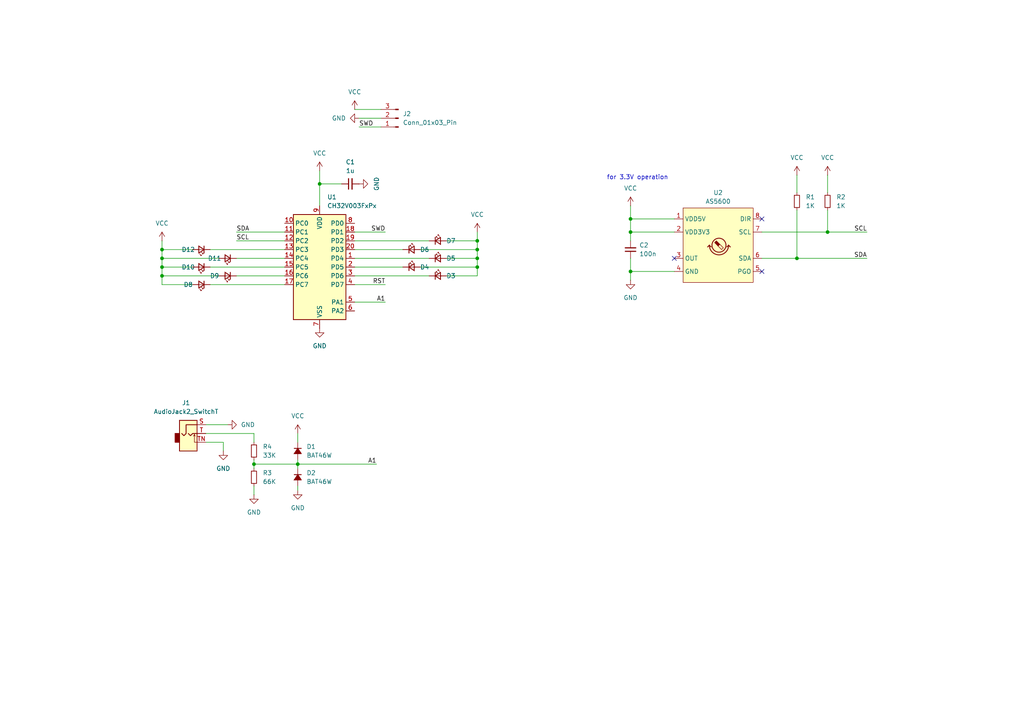
<source format=kicad_sch>
(kicad_sch
	(version 20231120)
	(generator "eeschema")
	(generator_version "8.0")
	(uuid "6ec7a79d-e7e9-4d3b-b09a-be85214a0472")
	(paper "A4")
	(lib_symbols
		(symbol "Connector:Conn_01x03_Pin"
			(pin_names
				(offset 1.016) hide)
			(exclude_from_sim no)
			(in_bom yes)
			(on_board yes)
			(property "Reference" "J"
				(at 0 5.08 0)
				(effects
					(font
						(size 1.27 1.27)
					)
				)
			)
			(property "Value" "Conn_01x03_Pin"
				(at 0 -5.08 0)
				(effects
					(font
						(size 1.27 1.27)
					)
				)
			)
			(property "Footprint" ""
				(at 0 0 0)
				(effects
					(font
						(size 1.27 1.27)
					)
					(hide yes)
				)
			)
			(property "Datasheet" "~"
				(at 0 0 0)
				(effects
					(font
						(size 1.27 1.27)
					)
					(hide yes)
				)
			)
			(property "Description" "Generic connector, single row, 01x03, script generated"
				(at 0 0 0)
				(effects
					(font
						(size 1.27 1.27)
					)
					(hide yes)
				)
			)
			(property "ki_locked" ""
				(at 0 0 0)
				(effects
					(font
						(size 1.27 1.27)
					)
				)
			)
			(property "ki_keywords" "connector"
				(at 0 0 0)
				(effects
					(font
						(size 1.27 1.27)
					)
					(hide yes)
				)
			)
			(property "ki_fp_filters" "Connector*:*_1x??_*"
				(at 0 0 0)
				(effects
					(font
						(size 1.27 1.27)
					)
					(hide yes)
				)
			)
			(symbol "Conn_01x03_Pin_1_1"
				(polyline
					(pts
						(xy 1.27 -2.54) (xy 0.8636 -2.54)
					)
					(stroke
						(width 0.1524)
						(type default)
					)
					(fill
						(type none)
					)
				)
				(polyline
					(pts
						(xy 1.27 0) (xy 0.8636 0)
					)
					(stroke
						(width 0.1524)
						(type default)
					)
					(fill
						(type none)
					)
				)
				(polyline
					(pts
						(xy 1.27 2.54) (xy 0.8636 2.54)
					)
					(stroke
						(width 0.1524)
						(type default)
					)
					(fill
						(type none)
					)
				)
				(rectangle
					(start 0.8636 -2.413)
					(end 0 -2.667)
					(stroke
						(width 0.1524)
						(type default)
					)
					(fill
						(type outline)
					)
				)
				(rectangle
					(start 0.8636 0.127)
					(end 0 -0.127)
					(stroke
						(width 0.1524)
						(type default)
					)
					(fill
						(type outline)
					)
				)
				(rectangle
					(start 0.8636 2.667)
					(end 0 2.413)
					(stroke
						(width 0.1524)
						(type default)
					)
					(fill
						(type outline)
					)
				)
				(pin passive line
					(at 5.08 2.54 180)
					(length 3.81)
					(name "Pin_1"
						(effects
							(font
								(size 1.27 1.27)
							)
						)
					)
					(number "1"
						(effects
							(font
								(size 1.27 1.27)
							)
						)
					)
				)
				(pin passive line
					(at 5.08 0 180)
					(length 3.81)
					(name "Pin_2"
						(effects
							(font
								(size 1.27 1.27)
							)
						)
					)
					(number "2"
						(effects
							(font
								(size 1.27 1.27)
							)
						)
					)
				)
				(pin passive line
					(at 5.08 -2.54 180)
					(length 3.81)
					(name "Pin_3"
						(effects
							(font
								(size 1.27 1.27)
							)
						)
					)
					(number "3"
						(effects
							(font
								(size 1.27 1.27)
							)
						)
					)
				)
			)
		)
		(symbol "Connector_Audio:AudioJack2_SwitchT"
			(exclude_from_sim no)
			(in_bom yes)
			(on_board yes)
			(property "Reference" "J"
				(at 0 8.89 0)
				(effects
					(font
						(size 1.27 1.27)
					)
				)
			)
			(property "Value" "AudioJack2_SwitchT"
				(at 0 6.35 0)
				(effects
					(font
						(size 1.27 1.27)
					)
				)
			)
			(property "Footprint" ""
				(at 0 0 0)
				(effects
					(font
						(size 1.27 1.27)
					)
					(hide yes)
				)
			)
			(property "Datasheet" "~"
				(at 0 0 0)
				(effects
					(font
						(size 1.27 1.27)
					)
					(hide yes)
				)
			)
			(property "Description" "Audio Jack, 2 Poles (Mono / TS), Switched T Pole (Normalling)"
				(at 0 0 0)
				(effects
					(font
						(size 1.27 1.27)
					)
					(hide yes)
				)
			)
			(property "ki_keywords" "audio jack receptacle mono headphones phone TS connector"
				(at 0 0 0)
				(effects
					(font
						(size 1.27 1.27)
					)
					(hide yes)
				)
			)
			(property "ki_fp_filters" "Jack*"
				(at 0 0 0)
				(effects
					(font
						(size 1.27 1.27)
					)
					(hide yes)
				)
			)
			(symbol "AudioJack2_SwitchT_0_1"
				(rectangle
					(start -2.54 0)
					(end -3.81 -2.54)
					(stroke
						(width 0.254)
						(type default)
					)
					(fill
						(type outline)
					)
				)
				(polyline
					(pts
						(xy 1.778 -0.254) (xy 2.032 -0.762)
					)
					(stroke
						(width 0)
						(type default)
					)
					(fill
						(type none)
					)
				)
				(polyline
					(pts
						(xy 0 0) (xy 0.635 -0.635) (xy 1.27 0) (xy 2.54 0)
					)
					(stroke
						(width 0.254)
						(type default)
					)
					(fill
						(type none)
					)
				)
				(polyline
					(pts
						(xy 2.54 -2.54) (xy 1.778 -2.54) (xy 1.778 -0.254) (xy 1.524 -0.762)
					)
					(stroke
						(width 0)
						(type default)
					)
					(fill
						(type none)
					)
				)
				(polyline
					(pts
						(xy 2.54 2.54) (xy -0.635 2.54) (xy -0.635 0) (xy -1.27 -0.635) (xy -1.905 0)
					)
					(stroke
						(width 0.254)
						(type default)
					)
					(fill
						(type none)
					)
				)
				(rectangle
					(start 2.54 3.81)
					(end -2.54 -5.08)
					(stroke
						(width 0.254)
						(type default)
					)
					(fill
						(type background)
					)
				)
			)
			(symbol "AudioJack2_SwitchT_1_1"
				(pin passive line
					(at 5.08 2.54 180)
					(length 2.54)
					(name "~"
						(effects
							(font
								(size 1.27 1.27)
							)
						)
					)
					(number "S"
						(effects
							(font
								(size 1.27 1.27)
							)
						)
					)
				)
				(pin passive line
					(at 5.08 0 180)
					(length 2.54)
					(name "~"
						(effects
							(font
								(size 1.27 1.27)
							)
						)
					)
					(number "T"
						(effects
							(font
								(size 1.27 1.27)
							)
						)
					)
				)
				(pin passive line
					(at 5.08 -2.54 180)
					(length 2.54)
					(name "~"
						(effects
							(font
								(size 1.27 1.27)
							)
						)
					)
					(number "TN"
						(effects
							(font
								(size 1.27 1.27)
							)
						)
					)
				)
			)
		)
		(symbol "Device:C_Small"
			(pin_numbers hide)
			(pin_names
				(offset 0.254) hide)
			(exclude_from_sim no)
			(in_bom yes)
			(on_board yes)
			(property "Reference" "C"
				(at 0.254 1.778 0)
				(effects
					(font
						(size 1.27 1.27)
					)
					(justify left)
				)
			)
			(property "Value" "C_Small"
				(at 0.254 -2.032 0)
				(effects
					(font
						(size 1.27 1.27)
					)
					(justify left)
				)
			)
			(property "Footprint" ""
				(at 0 0 0)
				(effects
					(font
						(size 1.27 1.27)
					)
					(hide yes)
				)
			)
			(property "Datasheet" "~"
				(at 0 0 0)
				(effects
					(font
						(size 1.27 1.27)
					)
					(hide yes)
				)
			)
			(property "Description" "Unpolarized capacitor, small symbol"
				(at 0 0 0)
				(effects
					(font
						(size 1.27 1.27)
					)
					(hide yes)
				)
			)
			(property "ki_keywords" "capacitor cap"
				(at 0 0 0)
				(effects
					(font
						(size 1.27 1.27)
					)
					(hide yes)
				)
			)
			(property "ki_fp_filters" "C_*"
				(at 0 0 0)
				(effects
					(font
						(size 1.27 1.27)
					)
					(hide yes)
				)
			)
			(symbol "C_Small_0_1"
				(polyline
					(pts
						(xy -1.524 -0.508) (xy 1.524 -0.508)
					)
					(stroke
						(width 0.3302)
						(type default)
					)
					(fill
						(type none)
					)
				)
				(polyline
					(pts
						(xy -1.524 0.508) (xy 1.524 0.508)
					)
					(stroke
						(width 0.3048)
						(type default)
					)
					(fill
						(type none)
					)
				)
			)
			(symbol "C_Small_1_1"
				(pin passive line
					(at 0 2.54 270)
					(length 2.032)
					(name "~"
						(effects
							(font
								(size 1.27 1.27)
							)
						)
					)
					(number "1"
						(effects
							(font
								(size 1.27 1.27)
							)
						)
					)
				)
				(pin passive line
					(at 0 -2.54 90)
					(length 2.032)
					(name "~"
						(effects
							(font
								(size 1.27 1.27)
							)
						)
					)
					(number "2"
						(effects
							(font
								(size 1.27 1.27)
							)
						)
					)
				)
			)
		)
		(symbol "Device:D_Small_Filled"
			(pin_numbers hide)
			(pin_names
				(offset 0.254) hide)
			(exclude_from_sim no)
			(in_bom yes)
			(on_board yes)
			(property "Reference" "D"
				(at -1.27 2.032 0)
				(effects
					(font
						(size 1.27 1.27)
					)
					(justify left)
				)
			)
			(property "Value" "D_Small_Filled"
				(at -3.81 -2.032 0)
				(effects
					(font
						(size 1.27 1.27)
					)
					(justify left)
				)
			)
			(property "Footprint" ""
				(at 0 0 90)
				(effects
					(font
						(size 1.27 1.27)
					)
					(hide yes)
				)
			)
			(property "Datasheet" "~"
				(at 0 0 90)
				(effects
					(font
						(size 1.27 1.27)
					)
					(hide yes)
				)
			)
			(property "Description" "Diode, small symbol, filled shape"
				(at 0 0 0)
				(effects
					(font
						(size 1.27 1.27)
					)
					(hide yes)
				)
			)
			(property "Sim.Device" "D"
				(at 0 0 0)
				(effects
					(font
						(size 1.27 1.27)
					)
					(hide yes)
				)
			)
			(property "Sim.Pins" "1=K 2=A"
				(at 0 0 0)
				(effects
					(font
						(size 1.27 1.27)
					)
					(hide yes)
				)
			)
			(property "ki_keywords" "diode"
				(at 0 0 0)
				(effects
					(font
						(size 1.27 1.27)
					)
					(hide yes)
				)
			)
			(property "ki_fp_filters" "TO-???* *_Diode_* *SingleDiode* D_*"
				(at 0 0 0)
				(effects
					(font
						(size 1.27 1.27)
					)
					(hide yes)
				)
			)
			(symbol "D_Small_Filled_0_1"
				(polyline
					(pts
						(xy -0.762 -1.016) (xy -0.762 1.016)
					)
					(stroke
						(width 0.254)
						(type default)
					)
					(fill
						(type none)
					)
				)
				(polyline
					(pts
						(xy -0.762 0) (xy 0.762 0)
					)
					(stroke
						(width 0)
						(type default)
					)
					(fill
						(type none)
					)
				)
				(polyline
					(pts
						(xy 0.762 -1.016) (xy -0.762 0) (xy 0.762 1.016) (xy 0.762 -1.016)
					)
					(stroke
						(width 0.254)
						(type default)
					)
					(fill
						(type outline)
					)
				)
			)
			(symbol "D_Small_Filled_1_1"
				(pin passive line
					(at -2.54 0 0)
					(length 1.778)
					(name "K"
						(effects
							(font
								(size 1.27 1.27)
							)
						)
					)
					(number "1"
						(effects
							(font
								(size 1.27 1.27)
							)
						)
					)
				)
				(pin passive line
					(at 2.54 0 180)
					(length 1.778)
					(name "A"
						(effects
							(font
								(size 1.27 1.27)
							)
						)
					)
					(number "2"
						(effects
							(font
								(size 1.27 1.27)
							)
						)
					)
				)
			)
		)
		(symbol "Device:LED_Small"
			(pin_numbers hide)
			(pin_names
				(offset 0.254) hide)
			(exclude_from_sim no)
			(in_bom yes)
			(on_board yes)
			(property "Reference" "D"
				(at -1.27 3.175 0)
				(effects
					(font
						(size 1.27 1.27)
					)
					(justify left)
				)
			)
			(property "Value" "LED_Small"
				(at -4.445 -2.54 0)
				(effects
					(font
						(size 1.27 1.27)
					)
					(justify left)
				)
			)
			(property "Footprint" ""
				(at 0 0 90)
				(effects
					(font
						(size 1.27 1.27)
					)
					(hide yes)
				)
			)
			(property "Datasheet" "~"
				(at 0 0 90)
				(effects
					(font
						(size 1.27 1.27)
					)
					(hide yes)
				)
			)
			(property "Description" "Light emitting diode, small symbol"
				(at 0 0 0)
				(effects
					(font
						(size 1.27 1.27)
					)
					(hide yes)
				)
			)
			(property "ki_keywords" "LED diode light-emitting-diode"
				(at 0 0 0)
				(effects
					(font
						(size 1.27 1.27)
					)
					(hide yes)
				)
			)
			(property "ki_fp_filters" "LED* LED_SMD:* LED_THT:*"
				(at 0 0 0)
				(effects
					(font
						(size 1.27 1.27)
					)
					(hide yes)
				)
			)
			(symbol "LED_Small_0_1"
				(polyline
					(pts
						(xy -0.762 -1.016) (xy -0.762 1.016)
					)
					(stroke
						(width 0.254)
						(type default)
					)
					(fill
						(type none)
					)
				)
				(polyline
					(pts
						(xy 1.016 0) (xy -0.762 0)
					)
					(stroke
						(width 0)
						(type default)
					)
					(fill
						(type none)
					)
				)
				(polyline
					(pts
						(xy 0.762 -1.016) (xy -0.762 0) (xy 0.762 1.016) (xy 0.762 -1.016)
					)
					(stroke
						(width 0.254)
						(type default)
					)
					(fill
						(type none)
					)
				)
				(polyline
					(pts
						(xy 0 0.762) (xy -0.508 1.27) (xy -0.254 1.27) (xy -0.508 1.27) (xy -0.508 1.016)
					)
					(stroke
						(width 0)
						(type default)
					)
					(fill
						(type none)
					)
				)
				(polyline
					(pts
						(xy 0.508 1.27) (xy 0 1.778) (xy 0.254 1.778) (xy 0 1.778) (xy 0 1.524)
					)
					(stroke
						(width 0)
						(type default)
					)
					(fill
						(type none)
					)
				)
			)
			(symbol "LED_Small_1_1"
				(pin passive line
					(at -2.54 0 0)
					(length 1.778)
					(name "K"
						(effects
							(font
								(size 1.27 1.27)
							)
						)
					)
					(number "1"
						(effects
							(font
								(size 1.27 1.27)
							)
						)
					)
				)
				(pin passive line
					(at 2.54 0 180)
					(length 1.778)
					(name "A"
						(effects
							(font
								(size 1.27 1.27)
							)
						)
					)
					(number "2"
						(effects
							(font
								(size 1.27 1.27)
							)
						)
					)
				)
			)
		)
		(symbol "Device:R_Small"
			(pin_numbers hide)
			(pin_names
				(offset 0.254) hide)
			(exclude_from_sim no)
			(in_bom yes)
			(on_board yes)
			(property "Reference" "R"
				(at 0.762 0.508 0)
				(effects
					(font
						(size 1.27 1.27)
					)
					(justify left)
				)
			)
			(property "Value" "R_Small"
				(at 0.762 -1.016 0)
				(effects
					(font
						(size 1.27 1.27)
					)
					(justify left)
				)
			)
			(property "Footprint" ""
				(at 0 0 0)
				(effects
					(font
						(size 1.27 1.27)
					)
					(hide yes)
				)
			)
			(property "Datasheet" "~"
				(at 0 0 0)
				(effects
					(font
						(size 1.27 1.27)
					)
					(hide yes)
				)
			)
			(property "Description" "Resistor, small symbol"
				(at 0 0 0)
				(effects
					(font
						(size 1.27 1.27)
					)
					(hide yes)
				)
			)
			(property "ki_keywords" "R resistor"
				(at 0 0 0)
				(effects
					(font
						(size 1.27 1.27)
					)
					(hide yes)
				)
			)
			(property "ki_fp_filters" "R_*"
				(at 0 0 0)
				(effects
					(font
						(size 1.27 1.27)
					)
					(hide yes)
				)
			)
			(symbol "R_Small_0_1"
				(rectangle
					(start -0.762 1.778)
					(end 0.762 -1.778)
					(stroke
						(width 0.2032)
						(type default)
					)
					(fill
						(type none)
					)
				)
			)
			(symbol "R_Small_1_1"
				(pin passive line
					(at 0 2.54 270)
					(length 0.762)
					(name "~"
						(effects
							(font
								(size 1.27 1.27)
							)
						)
					)
					(number "1"
						(effects
							(font
								(size 1.27 1.27)
							)
						)
					)
				)
				(pin passive line
					(at 0 -2.54 90)
					(length 0.762)
					(name "~"
						(effects
							(font
								(size 1.27 1.27)
							)
						)
					)
					(number "2"
						(effects
							(font
								(size 1.27 1.27)
							)
						)
					)
				)
			)
		)
		(symbol "MCU_WCH_CH32V0:CH32V003FxPx"
			(exclude_from_sim no)
			(in_bom yes)
			(on_board yes)
			(property "Reference" "U"
				(at -7.62 17.78 0)
				(effects
					(font
						(size 1.27 1.27)
					)
				)
			)
			(property "Value" "CH32V003FxPx"
				(at 7.62 17.78 0)
				(effects
					(font
						(size 1.27 1.27)
					)
				)
			)
			(property "Footprint" "Package_SO:TSSOP-20_4.4x6.5mm_P0.65mm"
				(at -1.27 0 0)
				(effects
					(font
						(size 1.27 1.27)
					)
					(hide yes)
				)
			)
			(property "Datasheet" "https://www.wch-ic.com/products/CH32V003.html"
				(at -1.27 0 0)
				(effects
					(font
						(size 1.27 1.27)
					)
					(hide yes)
				)
			)
			(property "Description" "CH32V003 series are industrial-grade general-purpose microcontrollers designed based on 32-bit RISC-V instruction set and architecture. It adopts QingKe V2A core, RV32EC instruction set, and supports 2 levels of interrupt nesting. The series are mounted with rich peripheral interfaces and function modules. Its internal organizational structure meets the low-cost and low-power embedded application scenarios."
				(at 0 0 0)
				(effects
					(font
						(size 1.27 1.27)
					)
					(hide yes)
				)
			)
			(property "ki_keywords" "microcontroller wch RISC-V"
				(at 0 0 0)
				(effects
					(font
						(size 1.27 1.27)
					)
					(hide yes)
				)
			)
			(property "ki_fp_filters" "TSSOP*4.4x6.5mm*P0.65mm*"
				(at 0 0 0)
				(effects
					(font
						(size 1.27 1.27)
					)
					(hide yes)
				)
			)
			(symbol "CH32V003FxPx_1_1"
				(rectangle
					(start -7.62 15.24)
					(end 7.62 -15.24)
					(stroke
						(width 0.254)
						(type default)
					)
					(fill
						(type background)
					)
				)
				(pin bidirectional line
					(at 10.16 2.54 180)
					(length 2.54)
					(name "PD4"
						(effects
							(font
								(size 1.27 1.27)
							)
						)
					)
					(number "1"
						(effects
							(font
								(size 1.27 1.27)
							)
						)
					)
					(alternate "A7" bidirectional line)
					(alternate "OPO" bidirectional line)
					(alternate "T1CH4_3" bidirectional line)
					(alternate "T2CH1ETR" bidirectional line)
					(alternate "TIETR_2" bidirectional line)
					(alternate "UCK" bidirectional line)
				)
				(pin bidirectional line
					(at -10.16 12.7 0)
					(length 2.54)
					(name "PC0"
						(effects
							(font
								(size 1.27 1.27)
							)
						)
					)
					(number "10"
						(effects
							(font
								(size 1.27 1.27)
							)
						)
					)
					(alternate "NSS_1" bidirectional line)
					(alternate "T1CH3_1" bidirectional line)
					(alternate "T2CH3" bidirectional line)
					(alternate "T2CH3_2" bidirectional line)
					(alternate "UTX_3" bidirectional line)
				)
				(pin bidirectional line
					(at -10.16 10.16 0)
					(length 2.54)
					(name "PC1"
						(effects
							(font
								(size 1.27 1.27)
							)
						)
					)
					(number "11"
						(effects
							(font
								(size 1.27 1.27)
							)
						)
					)
					(alternate "NSS" bidirectional line)
					(alternate "SDA" bidirectional line)
					(alternate "T1BKIN_1" bidirectional line)
					(alternate "T1BKIN_3" bidirectional line)
					(alternate "T2CH1ETR_2" bidirectional line)
					(alternate "T2CH1ETR_3" bidirectional line)
					(alternate "T2CH4_1" bidirectional line)
					(alternate "URX_3" bidirectional line)
				)
				(pin bidirectional line
					(at -10.16 7.62 0)
					(length 2.54)
					(name "PC2"
						(effects
							(font
								(size 1.27 1.27)
							)
						)
					)
					(number "12"
						(effects
							(font
								(size 1.27 1.27)
							)
						)
					)
					(alternate "AETR_1" bidirectional line)
					(alternate "SCL" bidirectional line)
					(alternate "T1BKIN" bidirectional line)
					(alternate "T1BKIN_2" bidirectional line)
					(alternate "T1ETR_3" bidirectional line)
					(alternate "T2CH2_1" bidirectional line)
					(alternate "URTS" bidirectional line)
					(alternate "URTS_1" bidirectional line)
				)
				(pin bidirectional line
					(at -10.16 5.08 0)
					(length 2.54)
					(name "PC3"
						(effects
							(font
								(size 1.27 1.27)
							)
						)
					)
					(number "13"
						(effects
							(font
								(size 1.27 1.27)
							)
						)
					)
					(alternate "T1CH1N_1" bidirectional line)
					(alternate "T1CH1N_3" bidirectional line)
					(alternate "T1CH3" bidirectional line)
					(alternate "T1CH3_2" bidirectional line)
					(alternate "UCTS_1" bidirectional line)
				)
				(pin bidirectional line
					(at -10.16 2.54 0)
					(length 2.54)
					(name "PC4"
						(effects
							(font
								(size 1.27 1.27)
							)
						)
					)
					(number "14"
						(effects
							(font
								(size 1.27 1.27)
							)
						)
					)
					(alternate "A2" bidirectional line)
					(alternate "MCO" bidirectional line)
					(alternate "T1CH1_3" bidirectional line)
					(alternate "T1CH2N_1" bidirectional line)
					(alternate "T1CH4" bidirectional line)
					(alternate "T1CH4_2" bidirectional line)
				)
				(pin bidirectional line
					(at -10.16 0 0)
					(length 2.54)
					(name "PC5"
						(effects
							(font
								(size 1.27 1.27)
							)
						)
					)
					(number "15"
						(effects
							(font
								(size 1.27 1.27)
							)
						)
					)
					(alternate "SCK" bidirectional line)
					(alternate "SCK_1" bidirectional line)
					(alternate "SCL_2" bidirectional line)
					(alternate "SCL_3" bidirectional line)
					(alternate "T1CH3_3" bidirectional line)
					(alternate "T1ETR" bidirectional line)
					(alternate "T1ETR_1" bidirectional line)
					(alternate "T2CH1ETR_1" bidirectional line)
					(alternate "UCK_3" bidirectional line)
				)
				(pin bidirectional line
					(at -10.16 -2.54 0)
					(length 2.54)
					(name "PC6"
						(effects
							(font
								(size 1.27 1.27)
							)
						)
					)
					(number "16"
						(effects
							(font
								(size 1.27 1.27)
							)
						)
					)
					(alternate "MOSI" bidirectional line)
					(alternate "MOSI_1" bidirectional line)
					(alternate "SDA_2" bidirectional line)
					(alternate "SDA_3" bidirectional line)
					(alternate "T1CH1_1" bidirectional line)
					(alternate "T1CH3N_3" bidirectional line)
					(alternate "UCTS_2" bidirectional line)
					(alternate "UCTS_3" bidirectional line)
				)
				(pin bidirectional line
					(at -10.16 -5.08 0)
					(length 2.54)
					(name "PC7"
						(effects
							(font
								(size 1.27 1.27)
							)
						)
					)
					(number "17"
						(effects
							(font
								(size 1.27 1.27)
							)
						)
					)
					(alternate "MISO" bidirectional line)
					(alternate "MISO_1" bidirectional line)
					(alternate "T1CH2_1" bidirectional line)
					(alternate "T1CH2_3" bidirectional line)
					(alternate "T2CH2_3" bidirectional line)
					(alternate "URTS_2" bidirectional line)
					(alternate "URTS_3" bidirectional line)
				)
				(pin bidirectional line
					(at 10.16 10.16 180)
					(length 2.54)
					(name "PD1"
						(effects
							(font
								(size 1.27 1.27)
							)
						)
					)
					(number "18"
						(effects
							(font
								(size 1.27 1.27)
							)
						)
					)
					(alternate "AETR2" bidirectional line)
					(alternate "SCL_1" bidirectional line)
					(alternate "SWIO" bidirectional line)
					(alternate "T1CH3N" bidirectional line)
					(alternate "T1CH3N_1" bidirectional line)
					(alternate "T1CH3N_2" bidirectional line)
					(alternate "URX_1" bidirectional line)
				)
				(pin bidirectional line
					(at 10.16 7.62 180)
					(length 2.54)
					(name "PD2"
						(effects
							(font
								(size 1.27 1.27)
							)
						)
					)
					(number "19"
						(effects
							(font
								(size 1.27 1.27)
							)
						)
					)
					(alternate "A3" bidirectional line)
					(alternate "T1CH1" bidirectional line)
					(alternate "T1CH1_2" bidirectional line)
					(alternate "T1CH2N_3" bidirectional line)
					(alternate "T2CH3_1" bidirectional line)
				)
				(pin bidirectional line
					(at 10.16 0 180)
					(length 2.54)
					(name "PD5"
						(effects
							(font
								(size 1.27 1.27)
							)
						)
					)
					(number "2"
						(effects
							(font
								(size 1.27 1.27)
							)
						)
					)
					(alternate "A5" bidirectional line)
					(alternate "T2CH4_3" bidirectional line)
					(alternate "URX_2" bidirectional line)
					(alternate "UTX" bidirectional line)
				)
				(pin bidirectional line
					(at 10.16 5.08 180)
					(length 2.54)
					(name "PD3"
						(effects
							(font
								(size 1.27 1.27)
							)
						)
					)
					(number "20"
						(effects
							(font
								(size 1.27 1.27)
							)
						)
					)
					(alternate "A4" bidirectional line)
					(alternate "AETR" bidirectional line)
					(alternate "T1CH4_1" bidirectional line)
					(alternate "T2CH2" bidirectional line)
					(alternate "T2CH2_2" bidirectional line)
					(alternate "UCTS" bidirectional line)
				)
				(pin bidirectional line
					(at 10.16 -2.54 180)
					(length 2.54)
					(name "PD6"
						(effects
							(font
								(size 1.27 1.27)
							)
						)
					)
					(number "3"
						(effects
							(font
								(size 1.27 1.27)
							)
						)
					)
					(alternate "A6" bidirectional line)
					(alternate "T2CH3_3" bidirectional line)
					(alternate "URX" bidirectional line)
					(alternate "UTX_2" bidirectional line)
				)
				(pin bidirectional line
					(at 10.16 -5.08 180)
					(length 2.54)
					(name "PD7"
						(effects
							(font
								(size 1.27 1.27)
							)
						)
					)
					(number "4"
						(effects
							(font
								(size 1.27 1.27)
							)
						)
					)
					(alternate "NRST" bidirectional line)
					(alternate "OPP1" bidirectional line)
					(alternate "T2CH4" bidirectional line)
					(alternate "T2CH4_2" bidirectional line)
					(alternate "UCK_1" bidirectional line)
					(alternate "UCK_2" bidirectional line)
				)
				(pin bidirectional line
					(at 10.16 -10.16 180)
					(length 2.54)
					(name "PA1"
						(effects
							(font
								(size 1.27 1.27)
							)
						)
					)
					(number "5"
						(effects
							(font
								(size 1.27 1.27)
							)
						)
					)
					(alternate "A1" bidirectional line)
					(alternate "OPN0" bidirectional line)
					(alternate "OSCI" bidirectional line)
					(alternate "T1CH2" bidirectional line)
					(alternate "T1CH2_2" bidirectional line)
				)
				(pin bidirectional line
					(at 10.16 -12.7 180)
					(length 2.54)
					(name "PA2"
						(effects
							(font
								(size 1.27 1.27)
							)
						)
					)
					(number "6"
						(effects
							(font
								(size 1.27 1.27)
							)
						)
					)
					(alternate "A0" bidirectional line)
					(alternate "AETR2_1" bidirectional line)
					(alternate "OPP0" bidirectional line)
					(alternate "OSCO" bidirectional line)
					(alternate "TICH2N" bidirectional line)
					(alternate "TICH2N_2" bidirectional line)
				)
				(pin power_in line
					(at 0 -17.78 90)
					(length 2.54)
					(name "VSS"
						(effects
							(font
								(size 1.27 1.27)
							)
						)
					)
					(number "7"
						(effects
							(font
								(size 1.27 1.27)
							)
						)
					)
				)
				(pin bidirectional line
					(at 10.16 12.7 180)
					(length 2.54)
					(name "PD0"
						(effects
							(font
								(size 1.27 1.27)
							)
						)
					)
					(number "8"
						(effects
							(font
								(size 1.27 1.27)
							)
						)
					)
					(alternate "OPN1" bidirectional line)
					(alternate "SDA_1" bidirectional line)
					(alternate "TICH1N" bidirectional line)
					(alternate "TICH1N_2" bidirectional line)
					(alternate "UTX_1" bidirectional line)
				)
				(pin power_in line
					(at 0 17.78 270)
					(length 2.54)
					(name "VDD"
						(effects
							(font
								(size 1.27 1.27)
							)
						)
					)
					(number "9"
						(effects
							(font
								(size 1.27 1.27)
							)
						)
					)
				)
			)
		)
		(symbol "as5600:AS5600"
			(exclude_from_sim no)
			(in_bom yes)
			(on_board yes)
			(property "Reference" "U"
				(at 0 12.446 0)
				(effects
					(font
						(size 1.27 1.27)
					)
				)
			)
			(property "Value" "AS5600"
				(at 0 0 0)
				(effects
					(font
						(size 1.27 1.27)
					)
				)
			)
			(property "Footprint" "Package_SO:SOIC-8_3.9x4.9mm_P1.27mm"
				(at 0 0 0)
				(effects
					(font
						(size 1.27 1.27)
					)
					(hide yes)
				)
			)
			(property "Datasheet" ""
				(at 0 0 0)
				(effects
					(font
						(size 1.27 1.27)
					)
					(hide yes)
				)
			)
			(property "Description" ""
				(at 0 0 0)
				(effects
					(font
						(size 1.27 1.27)
					)
					(hide yes)
				)
			)
			(symbol "AS5600_0_1"
				(arc
					(start -2.54 0)
					(mid 0.254 -2.7819)
					(end 3.048 0)
					(stroke
						(width 0.254)
						(type default)
					)
					(fill
						(type none)
					)
				)
				(polyline
					(pts
						(xy -2.54 0) (xy -3.048 -0.508)
					)
					(stroke
						(width 0.254)
						(type default)
					)
					(fill
						(type none)
					)
				)
				(polyline
					(pts
						(xy -2.54 0) (xy -2.032 -0.508)
					)
					(stroke
						(width 0.254)
						(type default)
					)
					(fill
						(type none)
					)
				)
				(polyline
					(pts
						(xy 3.048 0) (xy 2.54 -0.508)
					)
					(stroke
						(width 0.254)
						(type default)
					)
					(fill
						(type none)
					)
				)
				(polyline
					(pts
						(xy 3.048 0) (xy 3.556 -0.508)
					)
					(stroke
						(width 0.254)
						(type default)
					)
					(fill
						(type none)
					)
				)
			)
			(symbol "AS5600_1_1"
				(rectangle
					(start -10.16 10.795)
					(end 10.16 -10.795)
					(stroke
						(width 0)
						(type default)
					)
					(fill
						(type background)
					)
				)
				(polyline
					(pts
						(xy 0.508 0.254) (xy 1.524 -0.762) (xy 1.016 -1.27) (xy 0 -0.254)
					)
					(stroke
						(width 0)
						(type default)
					)
					(fill
						(type none)
					)
				)
				(polyline
					(pts
						(xy -0.508 1.27) (xy 0.508 0.254) (xy 0 -0.254) (xy -1.016 0.762) (xy -0.762 1.016) (xy -0.508 1.27)
						(xy -0.381 1.143)
					)
					(stroke
						(width 0)
						(type default)
					)
					(fill
						(type outline)
					)
				)
				(circle
					(center 0.254 0)
					(radius 2.032)
					(stroke
						(width 0.254)
						(type default)
					)
					(fill
						(type none)
					)
				)
				(pin bidirectional line
					(at -12.7 7.62 0)
					(length 2.54)
					(name "VDD5V"
						(effects
							(font
								(size 1.27 1.27)
							)
						)
					)
					(number "1"
						(effects
							(font
								(size 1.27 1.27)
							)
						)
					)
				)
				(pin bidirectional line
					(at -12.7 3.81 0)
					(length 2.54)
					(name "VDD3V3"
						(effects
							(font
								(size 1.27 1.27)
							)
						)
					)
					(number "2"
						(effects
							(font
								(size 1.27 1.27)
							)
						)
					)
				)
				(pin output line
					(at -12.7 -3.81 0)
					(length 2.54)
					(name "OUT"
						(effects
							(font
								(size 1.27 1.27)
							)
						)
					)
					(number "3"
						(effects
							(font
								(size 1.27 1.27)
							)
						)
					)
				)
				(pin power_in line
					(at -12.7 -7.62 0)
					(length 2.54)
					(name "GND"
						(effects
							(font
								(size 1.27 1.27)
							)
						)
					)
					(number "4"
						(effects
							(font
								(size 1.27 1.27)
							)
						)
					)
				)
				(pin bidirectional line
					(at 12.7 -7.62 180)
					(length 2.54)
					(name "PGO"
						(effects
							(font
								(size 1.27 1.27)
							)
						)
					)
					(number "5"
						(effects
							(font
								(size 1.27 1.27)
							)
						)
					)
				)
				(pin bidirectional line
					(at 12.7 -3.81 180)
					(length 2.54)
					(name "SDA"
						(effects
							(font
								(size 1.27 1.27)
							)
						)
					)
					(number "6"
						(effects
							(font
								(size 1.27 1.27)
							)
						)
					)
					(alternate "DO" output line)
					(alternate "SDA" bidirectional line)
				)
				(pin bidirectional line
					(at 12.7 3.81 180)
					(length 2.54)
					(name "SCL"
						(effects
							(font
								(size 1.27 1.27)
							)
						)
					)
					(number "7"
						(effects
							(font
								(size 1.27 1.27)
							)
						)
					)
					(alternate "CLK" input line)
					(alternate "SCL" input line)
				)
				(pin bidirectional line
					(at 12.7 7.62 180)
					(length 2.54)
					(name "DIR"
						(effects
							(font
								(size 1.27 1.27)
							)
						)
					)
					(number "8"
						(effects
							(font
								(size 1.27 1.27)
							)
						)
					)
					(alternate "~{CS}" input line)
				)
			)
		)
		(symbol "power:GND"
			(power)
			(pin_numbers hide)
			(pin_names
				(offset 0) hide)
			(exclude_from_sim no)
			(in_bom yes)
			(on_board yes)
			(property "Reference" "#PWR"
				(at 0 -6.35 0)
				(effects
					(font
						(size 1.27 1.27)
					)
					(hide yes)
				)
			)
			(property "Value" "GND"
				(at 0 -3.81 0)
				(effects
					(font
						(size 1.27 1.27)
					)
				)
			)
			(property "Footprint" ""
				(at 0 0 0)
				(effects
					(font
						(size 1.27 1.27)
					)
					(hide yes)
				)
			)
			(property "Datasheet" ""
				(at 0 0 0)
				(effects
					(font
						(size 1.27 1.27)
					)
					(hide yes)
				)
			)
			(property "Description" "Power symbol creates a global label with name \"GND\" , ground"
				(at 0 0 0)
				(effects
					(font
						(size 1.27 1.27)
					)
					(hide yes)
				)
			)
			(property "ki_keywords" "global power"
				(at 0 0 0)
				(effects
					(font
						(size 1.27 1.27)
					)
					(hide yes)
				)
			)
			(symbol "GND_0_1"
				(polyline
					(pts
						(xy 0 0) (xy 0 -1.27) (xy 1.27 -1.27) (xy 0 -2.54) (xy -1.27 -1.27) (xy 0 -1.27)
					)
					(stroke
						(width 0)
						(type default)
					)
					(fill
						(type none)
					)
				)
			)
			(symbol "GND_1_1"
				(pin power_in line
					(at 0 0 270)
					(length 0)
					(name "~"
						(effects
							(font
								(size 1.27 1.27)
							)
						)
					)
					(number "1"
						(effects
							(font
								(size 1.27 1.27)
							)
						)
					)
				)
			)
		)
		(symbol "power:VCC"
			(power)
			(pin_numbers hide)
			(pin_names
				(offset 0) hide)
			(exclude_from_sim no)
			(in_bom yes)
			(on_board yes)
			(property "Reference" "#PWR"
				(at 0 -3.81 0)
				(effects
					(font
						(size 1.27 1.27)
					)
					(hide yes)
				)
			)
			(property "Value" "VCC"
				(at 0 3.556 0)
				(effects
					(font
						(size 1.27 1.27)
					)
				)
			)
			(property "Footprint" ""
				(at 0 0 0)
				(effects
					(font
						(size 1.27 1.27)
					)
					(hide yes)
				)
			)
			(property "Datasheet" ""
				(at 0 0 0)
				(effects
					(font
						(size 1.27 1.27)
					)
					(hide yes)
				)
			)
			(property "Description" "Power symbol creates a global label with name \"VCC\""
				(at 0 0 0)
				(effects
					(font
						(size 1.27 1.27)
					)
					(hide yes)
				)
			)
			(property "ki_keywords" "global power"
				(at 0 0 0)
				(effects
					(font
						(size 1.27 1.27)
					)
					(hide yes)
				)
			)
			(symbol "VCC_0_1"
				(polyline
					(pts
						(xy -0.762 1.27) (xy 0 2.54)
					)
					(stroke
						(width 0)
						(type default)
					)
					(fill
						(type none)
					)
				)
				(polyline
					(pts
						(xy 0 0) (xy 0 2.54)
					)
					(stroke
						(width 0)
						(type default)
					)
					(fill
						(type none)
					)
				)
				(polyline
					(pts
						(xy 0 2.54) (xy 0.762 1.27)
					)
					(stroke
						(width 0)
						(type default)
					)
					(fill
						(type none)
					)
				)
			)
			(symbol "VCC_1_1"
				(pin power_in line
					(at 0 0 90)
					(length 0)
					(name "~"
						(effects
							(font
								(size 1.27 1.27)
							)
						)
					)
					(number "1"
						(effects
							(font
								(size 1.27 1.27)
							)
						)
					)
				)
			)
		)
	)
	(junction
		(at 138.43 74.93)
		(diameter 0)
		(color 0 0 0 0)
		(uuid "01826c76-5791-4ffc-9048-fc06a6aa74ad")
	)
	(junction
		(at 46.99 80.01)
		(diameter 0)
		(color 0 0 0 0)
		(uuid "15353700-2787-426a-82ce-27de054790cd")
	)
	(junction
		(at 46.99 77.47)
		(diameter 0)
		(color 0 0 0 0)
		(uuid "402cba3f-a1a1-4b00-9356-e9c3036c81a1")
	)
	(junction
		(at 86.36 134.62)
		(diameter 0)
		(color 0 0 0 0)
		(uuid "4135a556-76b9-499b-9821-1aeaa4d273c1")
	)
	(junction
		(at 182.88 63.5)
		(diameter 0)
		(color 0 0 0 0)
		(uuid "4f4e4334-a5ec-4a3f-b250-9cc22c782565")
	)
	(junction
		(at 46.99 74.93)
		(diameter 0)
		(color 0 0 0 0)
		(uuid "523cd117-b9d7-49ef-817e-ee48a048ed18")
	)
	(junction
		(at 138.43 69.85)
		(diameter 0)
		(color 0 0 0 0)
		(uuid "589dad01-fe0b-4ba2-8566-ffb6029e022e")
	)
	(junction
		(at 92.71 53.34)
		(diameter 0)
		(color 0 0 0 0)
		(uuid "71846073-31f4-416b-9209-f25072f2aa57")
	)
	(junction
		(at 182.88 67.31)
		(diameter 0)
		(color 0 0 0 0)
		(uuid "7b3befa3-11c5-46f7-8949-7b3a71153553")
	)
	(junction
		(at 138.43 77.47)
		(diameter 0)
		(color 0 0 0 0)
		(uuid "7fb03576-bada-43b6-886f-309a2f130194")
	)
	(junction
		(at 73.66 134.62)
		(diameter 0)
		(color 0 0 0 0)
		(uuid "88cbb6dc-f797-4425-8de9-5732e10e50dd")
	)
	(junction
		(at 46.99 72.39)
		(diameter 0)
		(color 0 0 0 0)
		(uuid "9cf5b64b-f3ff-484b-874b-c001d1891e40")
	)
	(junction
		(at 182.88 78.74)
		(diameter 0)
		(color 0 0 0 0)
		(uuid "b67e61d5-cd83-4f17-a139-dd59dc12b7f6")
	)
	(junction
		(at 240.03 67.31)
		(diameter 0)
		(color 0 0 0 0)
		(uuid "e4d91511-abd8-4093-bb9f-07c9936d6224")
	)
	(junction
		(at 231.14 74.93)
		(diameter 0)
		(color 0 0 0 0)
		(uuid "f0ed255d-ff5e-4651-aa4e-785d531748b7")
	)
	(junction
		(at 138.43 72.39)
		(diameter 0)
		(color 0 0 0 0)
		(uuid "fc02c273-62db-474a-9a91-d4a7ba26d37e")
	)
	(no_connect
		(at 220.98 78.74)
		(uuid "44f6a6c4-4ad8-471d-8d25-4d609d740c17")
	)
	(no_connect
		(at 195.58 74.93)
		(uuid "7ab2970e-3ff2-4b1c-be50-d9dfef8a519d")
	)
	(no_connect
		(at 220.98 63.5)
		(uuid "f4e6c87d-e196-49a2-ade0-0d9f1560ce66")
	)
	(wire
		(pts
			(xy 46.99 77.47) (xy 55.88 77.47)
		)
		(stroke
			(width 0)
			(type default)
		)
		(uuid "00daeaaf-df44-4b20-87f0-a66ff0025565")
	)
	(wire
		(pts
			(xy 46.99 82.55) (xy 46.99 80.01)
		)
		(stroke
			(width 0)
			(type default)
		)
		(uuid "074b52f4-8f11-48a3-887a-7bd04b3ea56e")
	)
	(wire
		(pts
			(xy 59.69 123.19) (xy 66.04 123.19)
		)
		(stroke
			(width 0)
			(type default)
		)
		(uuid "07c56a24-5715-4200-949d-c11a90587f0f")
	)
	(wire
		(pts
			(xy 231.14 50.8) (xy 231.14 55.88)
		)
		(stroke
			(width 0)
			(type default)
		)
		(uuid "084b9e52-c81c-4d16-a160-969c44fe38c3")
	)
	(wire
		(pts
			(xy 138.43 72.39) (xy 138.43 74.93)
		)
		(stroke
			(width 0)
			(type default)
		)
		(uuid "0b640878-676f-48ae-a404-1456d207b50c")
	)
	(wire
		(pts
			(xy 86.36 134.62) (xy 109.22 134.62)
		)
		(stroke
			(width 0)
			(type default)
		)
		(uuid "124cb920-4916-48d7-8ded-14a6293bda3f")
	)
	(wire
		(pts
			(xy 138.43 74.93) (xy 138.43 77.47)
		)
		(stroke
			(width 0)
			(type default)
		)
		(uuid "14766020-fc87-4723-8c21-6c644eab59e5")
	)
	(wire
		(pts
			(xy 68.58 69.85) (xy 82.55 69.85)
		)
		(stroke
			(width 0)
			(type default)
		)
		(uuid "189070bd-9ec3-434c-b05e-4a1457234bf1")
	)
	(wire
		(pts
			(xy 46.99 74.93) (xy 46.99 72.39)
		)
		(stroke
			(width 0)
			(type default)
		)
		(uuid "237db00d-1a0b-4947-a1fb-f734cb7053af")
	)
	(wire
		(pts
			(xy 86.36 134.62) (xy 86.36 135.89)
		)
		(stroke
			(width 0)
			(type default)
		)
		(uuid "2a726f53-134f-4834-a9ef-75831bad6394")
	)
	(wire
		(pts
			(xy 240.03 67.31) (xy 251.46 67.31)
		)
		(stroke
			(width 0)
			(type default)
		)
		(uuid "2aac30b0-a3ee-4425-a3cf-94f09e9c387c")
	)
	(wire
		(pts
			(xy 102.87 80.01) (xy 124.46 80.01)
		)
		(stroke
			(width 0)
			(type default)
		)
		(uuid "2ab01448-07d7-4479-8b23-94963050bb43")
	)
	(wire
		(pts
			(xy 46.99 80.01) (xy 46.99 77.47)
		)
		(stroke
			(width 0)
			(type default)
		)
		(uuid "2cec0f00-d9a8-456f-81ed-b42c3d1c556c")
	)
	(wire
		(pts
			(xy 102.87 69.85) (xy 124.46 69.85)
		)
		(stroke
			(width 0)
			(type default)
		)
		(uuid "2eb68367-4d99-4e23-9017-9f0e09ed8bc5")
	)
	(wire
		(pts
			(xy 195.58 63.5) (xy 182.88 63.5)
		)
		(stroke
			(width 0)
			(type default)
		)
		(uuid "2fb2a9ce-3995-47cc-ae7f-fcec4c88971b")
	)
	(wire
		(pts
			(xy 73.66 134.62) (xy 73.66 135.89)
		)
		(stroke
			(width 0)
			(type default)
		)
		(uuid "343616ea-079f-4bef-880f-3d1b2dbc5500")
	)
	(wire
		(pts
			(xy 104.14 34.29) (xy 110.49 34.29)
		)
		(stroke
			(width 0)
			(type default)
		)
		(uuid "3468df01-1594-4110-815b-6c1f6e779b85")
	)
	(wire
		(pts
			(xy 231.14 74.93) (xy 251.46 74.93)
		)
		(stroke
			(width 0)
			(type default)
		)
		(uuid "36988991-7e6c-4916-a329-b4966755a88b")
	)
	(wire
		(pts
			(xy 92.71 49.53) (xy 92.71 53.34)
		)
		(stroke
			(width 0)
			(type default)
		)
		(uuid "370073ec-84e0-425f-a589-a517513a402f")
	)
	(wire
		(pts
			(xy 138.43 77.47) (xy 121.92 77.47)
		)
		(stroke
			(width 0)
			(type default)
		)
		(uuid "386f9265-84cc-4b0d-9258-c5195ae8ff8d")
	)
	(wire
		(pts
			(xy 182.88 63.5) (xy 182.88 67.31)
		)
		(stroke
			(width 0)
			(type default)
		)
		(uuid "396e506c-2603-4eaf-9819-70a571721252")
	)
	(wire
		(pts
			(xy 102.87 31.75) (xy 110.49 31.75)
		)
		(stroke
			(width 0)
			(type default)
		)
		(uuid "39b97e09-7167-47c8-8aed-fa8e177ddf55")
	)
	(wire
		(pts
			(xy 46.99 69.85) (xy 46.99 72.39)
		)
		(stroke
			(width 0)
			(type default)
		)
		(uuid "3c94fe0b-7fd4-4564-973d-3d771d0e2614")
	)
	(wire
		(pts
			(xy 231.14 60.96) (xy 231.14 74.93)
		)
		(stroke
			(width 0)
			(type default)
		)
		(uuid "3c9ded1a-af0f-46ff-a7be-cc7d54d2e1b3")
	)
	(wire
		(pts
			(xy 104.14 36.83) (xy 110.49 36.83)
		)
		(stroke
			(width 0)
			(type default)
		)
		(uuid "3fb61e17-c869-495f-8026-eb86452472ec")
	)
	(wire
		(pts
			(xy 111.76 82.55) (xy 102.87 82.55)
		)
		(stroke
			(width 0)
			(type default)
		)
		(uuid "4a0dfb24-d092-4cc8-aa66-20ece45b7d14")
	)
	(wire
		(pts
			(xy 82.55 80.01) (xy 68.58 80.01)
		)
		(stroke
			(width 0)
			(type default)
		)
		(uuid "4a9bc868-cdec-4ff3-acb9-a5c832361695")
	)
	(wire
		(pts
			(xy 73.66 140.97) (xy 73.66 143.51)
		)
		(stroke
			(width 0)
			(type default)
		)
		(uuid "4efcd943-5f02-44a2-ac9e-e1882499cd9e")
	)
	(wire
		(pts
			(xy 138.43 69.85) (xy 138.43 72.39)
		)
		(stroke
			(width 0)
			(type default)
		)
		(uuid "54943d37-dbc7-465d-b5dd-76a71054b1cf")
	)
	(wire
		(pts
			(xy 82.55 72.39) (xy 60.96 72.39)
		)
		(stroke
			(width 0)
			(type default)
		)
		(uuid "583175e1-df27-44f4-a080-3b2906c5dc1a")
	)
	(wire
		(pts
			(xy 46.99 77.47) (xy 46.99 74.93)
		)
		(stroke
			(width 0)
			(type default)
		)
		(uuid "610785c8-967e-4818-be36-5b10efaaf793")
	)
	(wire
		(pts
			(xy 46.99 82.55) (xy 55.88 82.55)
		)
		(stroke
			(width 0)
			(type default)
		)
		(uuid "69b3bf0e-486b-4c86-b227-b74a111e0f79")
	)
	(wire
		(pts
			(xy 92.71 53.34) (xy 99.06 53.34)
		)
		(stroke
			(width 0)
			(type default)
		)
		(uuid "6b0fc183-3926-4f46-b7f2-3cb5d374449f")
	)
	(wire
		(pts
			(xy 138.43 69.85) (xy 129.54 69.85)
		)
		(stroke
			(width 0)
			(type default)
		)
		(uuid "6c4d40b2-3279-443e-9219-63a68abfd895")
	)
	(wire
		(pts
			(xy 46.99 80.01) (xy 63.5 80.01)
		)
		(stroke
			(width 0)
			(type default)
		)
		(uuid "70ac9df5-a87b-4a72-900b-5f6397c19909")
	)
	(wire
		(pts
			(xy 138.43 74.93) (xy 129.54 74.93)
		)
		(stroke
			(width 0)
			(type default)
		)
		(uuid "72f8479a-698a-4209-a837-8c25fe28e663")
	)
	(wire
		(pts
			(xy 46.99 74.93) (xy 63.5 74.93)
		)
		(stroke
			(width 0)
			(type default)
		)
		(uuid "7429cd17-d851-4623-bc74-dbc0d610acfc")
	)
	(wire
		(pts
			(xy 138.43 67.31) (xy 138.43 69.85)
		)
		(stroke
			(width 0)
			(type default)
		)
		(uuid "7a8f3beb-0a1f-4a95-bebf-5f35a0053430")
	)
	(wire
		(pts
			(xy 68.58 67.31) (xy 82.55 67.31)
		)
		(stroke
			(width 0)
			(type default)
		)
		(uuid "7b4dfa3b-d41b-49fd-9fb3-2a26eaa2874f")
	)
	(wire
		(pts
			(xy 102.87 77.47) (xy 116.84 77.47)
		)
		(stroke
			(width 0)
			(type default)
		)
		(uuid "7b7f4be9-afe5-4ce0-881e-b0bf92cb942e")
	)
	(wire
		(pts
			(xy 182.88 78.74) (xy 182.88 81.28)
		)
		(stroke
			(width 0)
			(type default)
		)
		(uuid "84900aae-5d9d-4eda-a843-67acb57f8879")
	)
	(wire
		(pts
			(xy 138.43 77.47) (xy 138.43 80.01)
		)
		(stroke
			(width 0)
			(type default)
		)
		(uuid "8906ad57-4410-4e3d-a2f4-a7046955841c")
	)
	(wire
		(pts
			(xy 102.87 87.63) (xy 111.76 87.63)
		)
		(stroke
			(width 0)
			(type default)
		)
		(uuid "8a698eb6-d2ce-496f-bf29-af72983b41fb")
	)
	(wire
		(pts
			(xy 73.66 128.27) (xy 73.66 125.73)
		)
		(stroke
			(width 0)
			(type default)
		)
		(uuid "91b04abb-0fae-4780-a6b3-52358447c4c9")
	)
	(wire
		(pts
			(xy 82.55 77.47) (xy 60.96 77.47)
		)
		(stroke
			(width 0)
			(type default)
		)
		(uuid "942d69c9-878b-4246-9bd3-fed3fd30e4d7")
	)
	(wire
		(pts
			(xy 220.98 67.31) (xy 240.03 67.31)
		)
		(stroke
			(width 0)
			(type default)
		)
		(uuid "98004cab-b8d7-4aae-b1de-48c89da9f1d4")
	)
	(wire
		(pts
			(xy 82.55 74.93) (xy 68.58 74.93)
		)
		(stroke
			(width 0)
			(type default)
		)
		(uuid "98830735-e5b6-4d40-90d9-e1070d62c1fc")
	)
	(wire
		(pts
			(xy 86.36 140.97) (xy 86.36 142.24)
		)
		(stroke
			(width 0)
			(type default)
		)
		(uuid "9c97e080-f081-4639-8b46-ccbc98f77b18")
	)
	(wire
		(pts
			(xy 59.69 128.27) (xy 64.77 128.27)
		)
		(stroke
			(width 0)
			(type default)
		)
		(uuid "a1455fba-e33f-4d13-9718-a22ed1505d78")
	)
	(wire
		(pts
			(xy 102.87 67.31) (xy 111.76 67.31)
		)
		(stroke
			(width 0)
			(type default)
		)
		(uuid "aaec8d64-5c20-498d-ae29-0249d7707cb4")
	)
	(wire
		(pts
			(xy 102.87 72.39) (xy 116.84 72.39)
		)
		(stroke
			(width 0)
			(type default)
		)
		(uuid "b02312ee-5f42-48ea-957c-e128759f1dc5")
	)
	(wire
		(pts
			(xy 73.66 134.62) (xy 73.66 133.35)
		)
		(stroke
			(width 0)
			(type default)
		)
		(uuid "b7261682-e034-4cb5-8ff1-527337c4ce75")
	)
	(wire
		(pts
			(xy 240.03 50.8) (xy 240.03 55.88)
		)
		(stroke
			(width 0)
			(type default)
		)
		(uuid "b7e8114a-4131-46b7-912b-f74cf4af6484")
	)
	(wire
		(pts
			(xy 59.69 125.73) (xy 73.66 125.73)
		)
		(stroke
			(width 0)
			(type default)
		)
		(uuid "b880a1a8-3fd9-42b2-8797-22ce90607dd2")
	)
	(wire
		(pts
			(xy 102.87 74.93) (xy 124.46 74.93)
		)
		(stroke
			(width 0)
			(type default)
		)
		(uuid "b9df56cc-2fd6-4829-b244-6bc75cda3ce7")
	)
	(wire
		(pts
			(xy 138.43 80.01) (xy 129.54 80.01)
		)
		(stroke
			(width 0)
			(type default)
		)
		(uuid "becb37d2-75a5-4ff0-ad2d-10dd07f63661")
	)
	(wire
		(pts
			(xy 86.36 134.62) (xy 86.36 133.35)
		)
		(stroke
			(width 0)
			(type default)
		)
		(uuid "c06a199b-e0a5-4f3d-8fce-e34f63687c57")
	)
	(wire
		(pts
			(xy 82.55 82.55) (xy 60.96 82.55)
		)
		(stroke
			(width 0)
			(type default)
		)
		(uuid "c19856ec-b678-4e35-b4e8-cac36ee5fbb9")
	)
	(wire
		(pts
			(xy 86.36 125.73) (xy 86.36 128.27)
		)
		(stroke
			(width 0)
			(type default)
		)
		(uuid "c20a41cb-5fc9-4a8f-b63f-3c42229a4ea1")
	)
	(wire
		(pts
			(xy 138.43 72.39) (xy 121.92 72.39)
		)
		(stroke
			(width 0)
			(type default)
		)
		(uuid "c23f4698-45c9-4ef2-b9c0-99c13b659cc9")
	)
	(wire
		(pts
			(xy 182.88 59.69) (xy 182.88 63.5)
		)
		(stroke
			(width 0)
			(type default)
		)
		(uuid "c28fee56-13e5-44fc-8cb5-02b363feaf8d")
	)
	(wire
		(pts
			(xy 182.88 78.74) (xy 195.58 78.74)
		)
		(stroke
			(width 0)
			(type default)
		)
		(uuid "d23a2c74-6209-47d1-8fff-289d07f5d9d5")
	)
	(wire
		(pts
			(xy 182.88 67.31) (xy 195.58 67.31)
		)
		(stroke
			(width 0)
			(type default)
		)
		(uuid "d2b41cc9-d679-40f5-9b1d-293b389e3692")
	)
	(wire
		(pts
			(xy 92.71 53.34) (xy 92.71 59.69)
		)
		(stroke
			(width 0)
			(type default)
		)
		(uuid "d90a65d0-c4a6-419d-a28b-6b9472cc938f")
	)
	(wire
		(pts
			(xy 240.03 60.96) (xy 240.03 67.31)
		)
		(stroke
			(width 0)
			(type default)
		)
		(uuid "de6a7657-1378-4349-8f80-9d871bb1512e")
	)
	(wire
		(pts
			(xy 182.88 74.93) (xy 182.88 78.74)
		)
		(stroke
			(width 0)
			(type default)
		)
		(uuid "df792f51-6b29-4301-988e-baba0751ad26")
	)
	(wire
		(pts
			(xy 64.77 130.81) (xy 64.77 128.27)
		)
		(stroke
			(width 0)
			(type default)
		)
		(uuid "e1383844-db4f-43b7-bd0e-642c9fe5b5e2")
	)
	(wire
		(pts
			(xy 73.66 134.62) (xy 86.36 134.62)
		)
		(stroke
			(width 0)
			(type default)
		)
		(uuid "e2ce221f-7e18-494d-8523-c39dc55ae4ad")
	)
	(wire
		(pts
			(xy 46.99 72.39) (xy 55.88 72.39)
		)
		(stroke
			(width 0)
			(type default)
		)
		(uuid "e4943515-68ed-4a72-b9f5-d769697c9e89")
	)
	(wire
		(pts
			(xy 220.98 74.93) (xy 231.14 74.93)
		)
		(stroke
			(width 0)
			(type default)
		)
		(uuid "e694f5b0-2539-4b42-94f2-80f9f438555b")
	)
	(wire
		(pts
			(xy 182.88 69.85) (xy 182.88 67.31)
		)
		(stroke
			(width 0)
			(type default)
		)
		(uuid "ea9b5546-9a9e-4e87-a5b8-f9e5e6c419b5")
	)
	(text "for 3.3V operation"
		(exclude_from_sim no)
		(at 184.912 51.562 0)
		(effects
			(font
				(size 1.27 1.27)
			)
		)
		(uuid "3d229ab1-774a-456a-a246-95b53da44e26")
	)
	(label "A1"
		(at 111.76 87.63 180)
		(fields_autoplaced yes)
		(effects
			(font
				(size 1.27 1.27)
			)
			(justify right bottom)
		)
		(uuid "3de5d0c7-8e0f-4d4a-9033-1e6645638c3c")
	)
	(label "SCL"
		(at 251.46 67.31 180)
		(fields_autoplaced yes)
		(effects
			(font
				(size 1.27 1.27)
			)
			(justify right bottom)
		)
		(uuid "422ff29b-d210-4fe3-a23d-efc5e669f2bf")
	)
	(label "A1"
		(at 109.22 134.62 180)
		(fields_autoplaced yes)
		(effects
			(font
				(size 1.27 1.27)
			)
			(justify right bottom)
		)
		(uuid "4c8b1d7d-f44e-4da9-a374-322a0dfd3bb4")
	)
	(label "SWD"
		(at 104.14 36.83 0)
		(fields_autoplaced yes)
		(effects
			(font
				(size 1.27 1.27)
			)
			(justify left bottom)
		)
		(uuid "7ca22feb-13a7-42d9-99d5-0b1cf4e90c50")
	)
	(label "SCL"
		(at 68.58 69.85 0)
		(fields_autoplaced yes)
		(effects
			(font
				(size 1.27 1.27)
			)
			(justify left bottom)
		)
		(uuid "98db720b-8c5e-4c78-936e-a97b5fa975f0")
	)
	(label "SDA"
		(at 68.58 67.31 0)
		(fields_autoplaced yes)
		(effects
			(font
				(size 1.27 1.27)
			)
			(justify left bottom)
		)
		(uuid "9f573a74-bc5f-40af-8eba-e8bba11e3f9a")
	)
	(label "SWD"
		(at 111.76 67.31 180)
		(fields_autoplaced yes)
		(effects
			(font
				(size 1.27 1.27)
			)
			(justify right bottom)
		)
		(uuid "dce40ca8-43ec-49f7-85af-b4a1b1ec91d4")
	)
	(label "SDA"
		(at 251.46 74.93 180)
		(fields_autoplaced yes)
		(effects
			(font
				(size 1.27 1.27)
			)
			(justify right bottom)
		)
		(uuid "e7b7867d-5a79-4a83-8273-d58fa0edcab2")
	)
	(label "RST"
		(at 111.76 82.55 180)
		(fields_autoplaced yes)
		(effects
			(font
				(size 1.27 1.27)
			)
			(justify right bottom)
		)
		(uuid "fe6df2be-5aaa-4a7c-9e00-662f2a1036e9")
	)
	(symbol
		(lib_id "Device:LED_Small")
		(at 127 69.85 0)
		(unit 1)
		(exclude_from_sim no)
		(in_bom yes)
		(on_board yes)
		(dnp no)
		(uuid "181164eb-ffaa-4eea-a741-0b6e252db76e")
		(property "Reference" "D7"
			(at 130.81 69.85 0)
			(effects
				(font
					(size 1.27 1.27)
				)
			)
		)
		(property "Value" "LED_Small"
			(at 127.0635 66.04 0)
			(effects
				(font
					(size 1.27 1.27)
				)
				(hide yes)
			)
		)
		(property "Footprint" "LED_SMD:LED_0805_2012Metric"
			(at 127 69.85 90)
			(effects
				(font
					(size 1.27 1.27)
				)
				(hide yes)
			)
		)
		(property "Datasheet" "~"
			(at 127 69.85 90)
			(effects
				(font
					(size 1.27 1.27)
				)
				(hide yes)
			)
		)
		(property "Description" "Light emitting diode, small symbol"
			(at 127 69.85 0)
			(effects
				(font
					(size 1.27 1.27)
				)
				(hide yes)
			)
		)
		(pin "1"
			(uuid "14ca26cc-5027-4519-95d5-7380900b2add")
		)
		(pin "2"
			(uuid "237d622a-5458-404e-8c04-a44182735557")
		)
		(instances
			(project "euroknob"
				(path "/6ec7a79d-e7e9-4d3b-b09a-be85214a0472"
					(reference "D7")
					(unit 1)
				)
			)
		)
	)
	(symbol
		(lib_id "power:VCC")
		(at 46.99 69.85 0)
		(unit 1)
		(exclude_from_sim no)
		(in_bom yes)
		(on_board yes)
		(dnp no)
		(fields_autoplaced yes)
		(uuid "28f3e5ad-2da3-43ca-a687-0d0f7ece1e0f")
		(property "Reference" "#PWR016"
			(at 46.99 73.66 0)
			(effects
				(font
					(size 1.27 1.27)
				)
				(hide yes)
			)
		)
		(property "Value" "VCC"
			(at 46.99 64.77 0)
			(effects
				(font
					(size 1.27 1.27)
				)
			)
		)
		(property "Footprint" ""
			(at 46.99 69.85 0)
			(effects
				(font
					(size 1.27 1.27)
				)
				(hide yes)
			)
		)
		(property "Datasheet" ""
			(at 46.99 69.85 0)
			(effects
				(font
					(size 1.27 1.27)
				)
				(hide yes)
			)
		)
		(property "Description" "Power symbol creates a global label with name \"VCC\""
			(at 46.99 69.85 0)
			(effects
				(font
					(size 1.27 1.27)
				)
				(hide yes)
			)
		)
		(pin "1"
			(uuid "f9bd76f4-8656-45ac-8d35-6cd74aa789b4")
		)
		(instances
			(project "euroknob"
				(path "/6ec7a79d-e7e9-4d3b-b09a-be85214a0472"
					(reference "#PWR016")
					(unit 1)
				)
			)
		)
	)
	(symbol
		(lib_id "Device:C_Small")
		(at 101.6 53.34 90)
		(unit 1)
		(exclude_from_sim no)
		(in_bom yes)
		(on_board yes)
		(dnp no)
		(fields_autoplaced yes)
		(uuid "43226c2e-3576-4d9d-bb42-9e7ab97e2e78")
		(property "Reference" "C1"
			(at 101.6063 46.99 90)
			(effects
				(font
					(size 1.27 1.27)
				)
			)
		)
		(property "Value" "1u"
			(at 101.6063 49.53 90)
			(effects
				(font
					(size 1.27 1.27)
				)
			)
		)
		(property "Footprint" "Capacitor_SMD:C_0805_2012Metric"
			(at 101.6 53.34 0)
			(effects
				(font
					(size 1.27 1.27)
				)
				(hide yes)
			)
		)
		(property "Datasheet" "~"
			(at 101.6 53.34 0)
			(effects
				(font
					(size 1.27 1.27)
				)
				(hide yes)
			)
		)
		(property "Description" "Unpolarized capacitor, small symbol"
			(at 101.6 53.34 0)
			(effects
				(font
					(size 1.27 1.27)
				)
				(hide yes)
			)
		)
		(pin "2"
			(uuid "27858c6c-735d-4afa-96b4-d0a50ea59076")
		)
		(pin "1"
			(uuid "5536092f-21b0-4eaf-9376-4b069b7aa52a")
		)
		(instances
			(project ""
				(path "/6ec7a79d-e7e9-4d3b-b09a-be85214a0472"
					(reference "C1")
					(unit 1)
				)
			)
		)
	)
	(symbol
		(lib_id "power:GND")
		(at 64.77 130.81 0)
		(unit 1)
		(exclude_from_sim no)
		(in_bom yes)
		(on_board yes)
		(dnp no)
		(fields_autoplaced yes)
		(uuid "45308fb1-168e-4250-8268-a8c865e8bb52")
		(property "Reference" "#PWR012"
			(at 64.77 137.16 0)
			(effects
				(font
					(size 1.27 1.27)
				)
				(hide yes)
			)
		)
		(property "Value" "GND"
			(at 64.77 135.89 0)
			(effects
				(font
					(size 1.27 1.27)
				)
			)
		)
		(property "Footprint" ""
			(at 64.77 130.81 0)
			(effects
				(font
					(size 1.27 1.27)
				)
				(hide yes)
			)
		)
		(property "Datasheet" ""
			(at 64.77 130.81 0)
			(effects
				(font
					(size 1.27 1.27)
				)
				(hide yes)
			)
		)
		(property "Description" "Power symbol creates a global label with name \"GND\" , ground"
			(at 64.77 130.81 0)
			(effects
				(font
					(size 1.27 1.27)
				)
				(hide yes)
			)
		)
		(pin "1"
			(uuid "8630b3ed-9cb4-4fba-9bb8-a0f578196aea")
		)
		(instances
			(project "euroknob"
				(path "/6ec7a79d-e7e9-4d3b-b09a-be85214a0472"
					(reference "#PWR012")
					(unit 1)
				)
			)
		)
	)
	(symbol
		(lib_id "Device:LED_Small")
		(at 58.42 77.47 180)
		(unit 1)
		(exclude_from_sim no)
		(in_bom yes)
		(on_board yes)
		(dnp no)
		(uuid "4a844859-6904-4c76-a09e-06035f72d1f1")
		(property "Reference" "D10"
			(at 54.61 77.47 0)
			(effects
				(font
					(size 1.27 1.27)
				)
			)
		)
		(property "Value" "LED_Small"
			(at 58.3565 81.28 0)
			(effects
				(font
					(size 1.27 1.27)
				)
				(hide yes)
			)
		)
		(property "Footprint" "LED_SMD:LED_0805_2012Metric"
			(at 58.42 77.47 90)
			(effects
				(font
					(size 1.27 1.27)
				)
				(hide yes)
			)
		)
		(property "Datasheet" "~"
			(at 58.42 77.47 90)
			(effects
				(font
					(size 1.27 1.27)
				)
				(hide yes)
			)
		)
		(property "Description" "Light emitting diode, small symbol"
			(at 58.42 77.47 0)
			(effects
				(font
					(size 1.27 1.27)
				)
				(hide yes)
			)
		)
		(pin "1"
			(uuid "eb390de7-d693-4b40-bc57-5971168f8540")
		)
		(pin "2"
			(uuid "e11af889-18d1-4ed0-a7ae-6f299691cad3")
		)
		(instances
			(project "euroknob"
				(path "/6ec7a79d-e7e9-4d3b-b09a-be85214a0472"
					(reference "D10")
					(unit 1)
				)
			)
		)
	)
	(symbol
		(lib_id "power:GND")
		(at 104.14 53.34 90)
		(unit 1)
		(exclude_from_sim no)
		(in_bom yes)
		(on_board yes)
		(dnp no)
		(fields_autoplaced yes)
		(uuid "5258e02b-b400-4b29-90db-40076ef67bd5")
		(property "Reference" "#PWR05"
			(at 110.49 53.34 0)
			(effects
				(font
					(size 1.27 1.27)
				)
				(hide yes)
			)
		)
		(property "Value" "GND"
			(at 109.22 53.34 0)
			(effects
				(font
					(size 1.27 1.27)
				)
			)
		)
		(property "Footprint" ""
			(at 104.14 53.34 0)
			(effects
				(font
					(size 1.27 1.27)
				)
				(hide yes)
			)
		)
		(property "Datasheet" ""
			(at 104.14 53.34 0)
			(effects
				(font
					(size 1.27 1.27)
				)
				(hide yes)
			)
		)
		(property "Description" "Power symbol creates a global label with name \"GND\" , ground"
			(at 104.14 53.34 0)
			(effects
				(font
					(size 1.27 1.27)
				)
				(hide yes)
			)
		)
		(pin "1"
			(uuid "7196905f-cdc1-42ab-b3bd-9f63152ec328")
		)
		(instances
			(project "euroknob"
				(path "/6ec7a79d-e7e9-4d3b-b09a-be85214a0472"
					(reference "#PWR05")
					(unit 1)
				)
			)
		)
	)
	(symbol
		(lib_id "Device:LED_Small")
		(at 127 74.93 0)
		(unit 1)
		(exclude_from_sim no)
		(in_bom yes)
		(on_board yes)
		(dnp no)
		(uuid "5484f835-f935-418a-a91e-5005c71dfbe3")
		(property "Reference" "D5"
			(at 130.81 74.93 0)
			(effects
				(font
					(size 1.27 1.27)
				)
			)
		)
		(property "Value" "LED_Small"
			(at 127.0635 71.12 0)
			(effects
				(font
					(size 1.27 1.27)
				)
				(hide yes)
			)
		)
		(property "Footprint" "LED_SMD:LED_0805_2012Metric"
			(at 127 74.93 90)
			(effects
				(font
					(size 1.27 1.27)
				)
				(hide yes)
			)
		)
		(property "Datasheet" "~"
			(at 127 74.93 90)
			(effects
				(font
					(size 1.27 1.27)
				)
				(hide yes)
			)
		)
		(property "Description" "Light emitting diode, small symbol"
			(at 127 74.93 0)
			(effects
				(font
					(size 1.27 1.27)
				)
				(hide yes)
			)
		)
		(pin "1"
			(uuid "fdf1deb7-d38c-4543-a32a-62d23489a379")
		)
		(pin "2"
			(uuid "ee391538-17b2-40d6-b272-2c1eb300354c")
		)
		(instances
			(project "euroknob"
				(path "/6ec7a79d-e7e9-4d3b-b09a-be85214a0472"
					(reference "D5")
					(unit 1)
				)
			)
		)
	)
	(symbol
		(lib_id "Device:D_Small_Filled")
		(at 86.36 138.43 270)
		(unit 1)
		(exclude_from_sim no)
		(in_bom yes)
		(on_board yes)
		(dnp no)
		(fields_autoplaced yes)
		(uuid "5d5ce51f-add1-4d9e-aa53-35904f75d4ed")
		(property "Reference" "D2"
			(at 88.9 137.1599 90)
			(effects
				(font
					(size 1.27 1.27)
				)
				(justify left)
			)
		)
		(property "Value" "BAT46W"
			(at 88.9 139.6999 90)
			(effects
				(font
					(size 1.27 1.27)
				)
				(justify left)
			)
		)
		(property "Footprint" "Diode_SMD:Nexperia_CFP3_SOD-123W"
			(at 86.36 138.43 90)
			(effects
				(font
					(size 1.27 1.27)
				)
				(hide yes)
			)
		)
		(property "Datasheet" "~"
			(at 86.36 138.43 90)
			(effects
				(font
					(size 1.27 1.27)
				)
				(hide yes)
			)
		)
		(property "Description" "Diode, small symbol, filled shape"
			(at 86.36 138.43 0)
			(effects
				(font
					(size 1.27 1.27)
				)
				(hide yes)
			)
		)
		(property "Sim.Device" "D"
			(at 86.36 138.43 0)
			(effects
				(font
					(size 1.27 1.27)
				)
				(hide yes)
			)
		)
		(property "Sim.Pins" "1=K 2=A"
			(at 86.36 138.43 0)
			(effects
				(font
					(size 1.27 1.27)
				)
				(hide yes)
			)
		)
		(pin "1"
			(uuid "103d4689-6e2d-46ee-9993-193ad86f2003")
		)
		(pin "2"
			(uuid "41829b26-3d34-4fa6-afa7-5bf270f2daa5")
		)
		(instances
			(project "euroknob"
				(path "/6ec7a79d-e7e9-4d3b-b09a-be85214a0472"
					(reference "D2")
					(unit 1)
				)
			)
		)
	)
	(symbol
		(lib_id "power:VCC")
		(at 102.87 31.75 0)
		(unit 1)
		(exclude_from_sim no)
		(in_bom yes)
		(on_board yes)
		(dnp no)
		(fields_autoplaced yes)
		(uuid "5d6d2f40-a8a6-4aa2-b418-b19b2df6a7a0")
		(property "Reference" "#PWR02"
			(at 102.87 35.56 0)
			(effects
				(font
					(size 1.27 1.27)
				)
				(hide yes)
			)
		)
		(property "Value" "VCC"
			(at 102.87 26.67 0)
			(effects
				(font
					(size 1.27 1.27)
				)
			)
		)
		(property "Footprint" ""
			(at 102.87 31.75 0)
			(effects
				(font
					(size 1.27 1.27)
				)
				(hide yes)
			)
		)
		(property "Datasheet" ""
			(at 102.87 31.75 0)
			(effects
				(font
					(size 1.27 1.27)
				)
				(hide yes)
			)
		)
		(property "Description" "Power symbol creates a global label with name \"VCC\""
			(at 102.87 31.75 0)
			(effects
				(font
					(size 1.27 1.27)
				)
				(hide yes)
			)
		)
		(pin "1"
			(uuid "4ed8550a-9652-47e7-89b5-1038e13434b1")
		)
		(instances
			(project ""
				(path "/6ec7a79d-e7e9-4d3b-b09a-be85214a0472"
					(reference "#PWR02")
					(unit 1)
				)
			)
		)
	)
	(symbol
		(lib_id "Device:R_Small")
		(at 73.66 138.43 0)
		(unit 1)
		(exclude_from_sim no)
		(in_bom yes)
		(on_board yes)
		(dnp no)
		(fields_autoplaced yes)
		(uuid "5dd3f16d-4883-450c-8ee0-9c8c486d1b87")
		(property "Reference" "R3"
			(at 76.2 137.1599 0)
			(effects
				(font
					(size 1.27 1.27)
				)
				(justify left)
			)
		)
		(property "Value" "66K"
			(at 76.2 139.6999 0)
			(effects
				(font
					(size 1.27 1.27)
				)
				(justify left)
			)
		)
		(property "Footprint" "Resistor_SMD:R_0603_1608Metric"
			(at 73.66 138.43 0)
			(effects
				(font
					(size 1.27 1.27)
				)
				(hide yes)
			)
		)
		(property "Datasheet" "~"
			(at 73.66 138.43 0)
			(effects
				(font
					(size 1.27 1.27)
				)
				(hide yes)
			)
		)
		(property "Description" "Resistor, small symbol"
			(at 73.66 138.43 0)
			(effects
				(font
					(size 1.27 1.27)
				)
				(hide yes)
			)
		)
		(pin "1"
			(uuid "4ab43749-a652-4bfb-92db-f069b96eb12c")
		)
		(pin "2"
			(uuid "d71208cc-dcd7-46f9-9428-b4eef2cb04ae")
		)
		(instances
			(project "euroknob"
				(path "/6ec7a79d-e7e9-4d3b-b09a-be85214a0472"
					(reference "R3")
					(unit 1)
				)
			)
		)
	)
	(symbol
		(lib_id "Connector_Audio:AudioJack2_SwitchT")
		(at 54.61 125.73 0)
		(unit 1)
		(exclude_from_sim no)
		(in_bom yes)
		(on_board yes)
		(dnp no)
		(fields_autoplaced yes)
		(uuid "63a55cf0-d479-4b43-9e1e-d134cfa859ab")
		(property "Reference" "J1"
			(at 53.975 116.84 0)
			(effects
				(font
					(size 1.27 1.27)
				)
			)
		)
		(property "Value" "AudioJack2_SwitchT"
			(at 53.975 119.38 0)
			(effects
				(font
					(size 1.27 1.27)
				)
			)
		)
		(property "Footprint" "Connector_Audio:Jack_3.5mm_QingPu_WQP-PJ398SM_Vertical_CircularHoles"
			(at 54.61 125.73 0)
			(effects
				(font
					(size 1.27 1.27)
				)
				(hide yes)
			)
		)
		(property "Datasheet" "~"
			(at 54.61 125.73 0)
			(effects
				(font
					(size 1.27 1.27)
				)
				(hide yes)
			)
		)
		(property "Description" "Audio Jack, 2 Poles (Mono / TS), Switched T Pole (Normalling)"
			(at 54.61 125.73 0)
			(effects
				(font
					(size 1.27 1.27)
				)
				(hide yes)
			)
		)
		(pin "T"
			(uuid "4515e197-6e7d-45ba-9a2b-d58af97d2144")
		)
		(pin "TN"
			(uuid "2feb313b-c602-44a1-974b-38e96ac74a5f")
		)
		(pin "S"
			(uuid "50c232b7-f2a6-44f3-8c59-01a7a3a072d5")
		)
		(instances
			(project ""
				(path "/6ec7a79d-e7e9-4d3b-b09a-be85214a0472"
					(reference "J1")
					(unit 1)
				)
			)
		)
	)
	(symbol
		(lib_id "Device:R_Small")
		(at 231.14 58.42 0)
		(unit 1)
		(exclude_from_sim no)
		(in_bom yes)
		(on_board yes)
		(dnp no)
		(fields_autoplaced yes)
		(uuid "66467d47-20e3-400a-bfc5-af3abf691ea1")
		(property "Reference" "R1"
			(at 233.68 57.1499 0)
			(effects
				(font
					(size 1.27 1.27)
				)
				(justify left)
			)
		)
		(property "Value" "1K"
			(at 233.68 59.6899 0)
			(effects
				(font
					(size 1.27 1.27)
				)
				(justify left)
			)
		)
		(property "Footprint" "Resistor_SMD:R_0805_2012Metric"
			(at 231.14 58.42 0)
			(effects
				(font
					(size 1.27 1.27)
				)
				(hide yes)
			)
		)
		(property "Datasheet" "~"
			(at 231.14 58.42 0)
			(effects
				(font
					(size 1.27 1.27)
				)
				(hide yes)
			)
		)
		(property "Description" "Resistor, small symbol"
			(at 231.14 58.42 0)
			(effects
				(font
					(size 1.27 1.27)
				)
				(hide yes)
			)
		)
		(pin "1"
			(uuid "59d9a29e-5ad3-4eee-9341-9dce9e07631f")
		)
		(pin "2"
			(uuid "03b197c0-b410-416f-bfa1-4eefd48f69ba")
		)
		(instances
			(project ""
				(path "/6ec7a79d-e7e9-4d3b-b09a-be85214a0472"
					(reference "R1")
					(unit 1)
				)
			)
		)
	)
	(symbol
		(lib_id "power:GND")
		(at 86.36 142.24 0)
		(unit 1)
		(exclude_from_sim no)
		(in_bom yes)
		(on_board yes)
		(dnp no)
		(fields_autoplaced yes)
		(uuid "6b3420cd-fe92-499b-a8cf-97e1533fc837")
		(property "Reference" "#PWR014"
			(at 86.36 148.59 0)
			(effects
				(font
					(size 1.27 1.27)
				)
				(hide yes)
			)
		)
		(property "Value" "GND"
			(at 86.36 147.32 0)
			(effects
				(font
					(size 1.27 1.27)
				)
			)
		)
		(property "Footprint" ""
			(at 86.36 142.24 0)
			(effects
				(font
					(size 1.27 1.27)
				)
				(hide yes)
			)
		)
		(property "Datasheet" ""
			(at 86.36 142.24 0)
			(effects
				(font
					(size 1.27 1.27)
				)
				(hide yes)
			)
		)
		(property "Description" "Power symbol creates a global label with name \"GND\" , ground"
			(at 86.36 142.24 0)
			(effects
				(font
					(size 1.27 1.27)
				)
				(hide yes)
			)
		)
		(pin "1"
			(uuid "3057087a-cd84-410a-919c-fb08e7f468cc")
		)
		(instances
			(project "euroknob"
				(path "/6ec7a79d-e7e9-4d3b-b09a-be85214a0472"
					(reference "#PWR014")
					(unit 1)
				)
			)
		)
	)
	(symbol
		(lib_id "Device:LED_Small")
		(at 119.38 77.47 0)
		(unit 1)
		(exclude_from_sim no)
		(in_bom yes)
		(on_board yes)
		(dnp no)
		(uuid "6bce8ec7-6bd7-4612-bd2f-ae6f9b8d7798")
		(property "Reference" "D4"
			(at 123.19 77.47 0)
			(effects
				(font
					(size 1.27 1.27)
				)
			)
		)
		(property "Value" "LED_Small"
			(at 119.4435 73.66 0)
			(effects
				(font
					(size 1.27 1.27)
				)
				(hide yes)
			)
		)
		(property "Footprint" "LED_SMD:LED_0805_2012Metric"
			(at 119.38 77.47 90)
			(effects
				(font
					(size 1.27 1.27)
				)
				(hide yes)
			)
		)
		(property "Datasheet" "~"
			(at 119.38 77.47 90)
			(effects
				(font
					(size 1.27 1.27)
				)
				(hide yes)
			)
		)
		(property "Description" "Light emitting diode, small symbol"
			(at 119.38 77.47 0)
			(effects
				(font
					(size 1.27 1.27)
				)
				(hide yes)
			)
		)
		(pin "1"
			(uuid "67388a3f-b195-4029-9f07-76e9bdeba7c1")
		)
		(pin "2"
			(uuid "f3a579aa-fa8f-4b2d-86ce-578ff89da9e0")
		)
		(instances
			(project "euroknob"
				(path "/6ec7a79d-e7e9-4d3b-b09a-be85214a0472"
					(reference "D4")
					(unit 1)
				)
			)
		)
	)
	(symbol
		(lib_id "power:GND")
		(at 92.71 95.25 0)
		(unit 1)
		(exclude_from_sim no)
		(in_bom yes)
		(on_board yes)
		(dnp no)
		(fields_autoplaced yes)
		(uuid "79177949-d9b8-452e-a6f3-22ec63a222b4")
		(property "Reference" "#PWR03"
			(at 92.71 101.6 0)
			(effects
				(font
					(size 1.27 1.27)
				)
				(hide yes)
			)
		)
		(property "Value" "GND"
			(at 92.71 100.33 0)
			(effects
				(font
					(size 1.27 1.27)
				)
			)
		)
		(property "Footprint" ""
			(at 92.71 95.25 0)
			(effects
				(font
					(size 1.27 1.27)
				)
				(hide yes)
			)
		)
		(property "Datasheet" ""
			(at 92.71 95.25 0)
			(effects
				(font
					(size 1.27 1.27)
				)
				(hide yes)
			)
		)
		(property "Description" "Power symbol creates a global label with name \"GND\" , ground"
			(at 92.71 95.25 0)
			(effects
				(font
					(size 1.27 1.27)
				)
				(hide yes)
			)
		)
		(pin "1"
			(uuid "a4421784-9ebc-4f7a-a96f-c92d7725228e")
		)
		(instances
			(project "euroknob"
				(path "/6ec7a79d-e7e9-4d3b-b09a-be85214a0472"
					(reference "#PWR03")
					(unit 1)
				)
			)
		)
	)
	(symbol
		(lib_id "Device:D_Small_Filled")
		(at 86.36 130.81 270)
		(unit 1)
		(exclude_from_sim no)
		(in_bom yes)
		(on_board yes)
		(dnp no)
		(fields_autoplaced yes)
		(uuid "798fedcd-1a1b-4445-be9e-6a12bd51fc26")
		(property "Reference" "D1"
			(at 88.9 129.5399 90)
			(effects
				(font
					(size 1.27 1.27)
				)
				(justify left)
			)
		)
		(property "Value" "BAT46W"
			(at 88.9 132.0799 90)
			(effects
				(font
					(size 1.27 1.27)
				)
				(justify left)
			)
		)
		(property "Footprint" "Diode_SMD:Nexperia_CFP3_SOD-123W"
			(at 86.36 130.81 90)
			(effects
				(font
					(size 1.27 1.27)
				)
				(hide yes)
			)
		)
		(property "Datasheet" "~"
			(at 86.36 130.81 90)
			(effects
				(font
					(size 1.27 1.27)
				)
				(hide yes)
			)
		)
		(property "Description" "Diode, small symbol, filled shape"
			(at 86.36 130.81 0)
			(effects
				(font
					(size 1.27 1.27)
				)
				(hide yes)
			)
		)
		(property "Sim.Device" "D"
			(at 86.36 130.81 0)
			(effects
				(font
					(size 1.27 1.27)
				)
				(hide yes)
			)
		)
		(property "Sim.Pins" "1=K 2=A"
			(at 86.36 130.81 0)
			(effects
				(font
					(size 1.27 1.27)
				)
				(hide yes)
			)
		)
		(pin "1"
			(uuid "701201e3-8eab-4cfb-b674-2fb529680343")
		)
		(pin "2"
			(uuid "3d507c28-52d2-4533-80af-427a2b7fc3bf")
		)
		(instances
			(project "euroknob"
				(path "/6ec7a79d-e7e9-4d3b-b09a-be85214a0472"
					(reference "D1")
					(unit 1)
				)
			)
		)
	)
	(symbol
		(lib_id "power:VCC")
		(at 86.36 125.73 0)
		(unit 1)
		(exclude_from_sim no)
		(in_bom yes)
		(on_board yes)
		(dnp no)
		(fields_autoplaced yes)
		(uuid "7ce6eaa2-ef94-4f47-89bb-838248fb7367")
		(property "Reference" "#PWR015"
			(at 86.36 129.54 0)
			(effects
				(font
					(size 1.27 1.27)
				)
				(hide yes)
			)
		)
		(property "Value" "VCC"
			(at 86.36 120.65 0)
			(effects
				(font
					(size 1.27 1.27)
				)
			)
		)
		(property "Footprint" ""
			(at 86.36 125.73 0)
			(effects
				(font
					(size 1.27 1.27)
				)
				(hide yes)
			)
		)
		(property "Datasheet" ""
			(at 86.36 125.73 0)
			(effects
				(font
					(size 1.27 1.27)
				)
				(hide yes)
			)
		)
		(property "Description" "Power symbol creates a global label with name \"VCC\""
			(at 86.36 125.73 0)
			(effects
				(font
					(size 1.27 1.27)
				)
				(hide yes)
			)
		)
		(pin "1"
			(uuid "f5491663-0a68-4876-b602-bd1a84232d43")
		)
		(instances
			(project "euroknob"
				(path "/6ec7a79d-e7e9-4d3b-b09a-be85214a0472"
					(reference "#PWR015")
					(unit 1)
				)
			)
		)
	)
	(symbol
		(lib_id "Device:C_Small")
		(at 182.88 72.39 180)
		(unit 1)
		(exclude_from_sim no)
		(in_bom yes)
		(on_board yes)
		(dnp no)
		(fields_autoplaced yes)
		(uuid "82fc8a48-dcc5-4f51-9cbe-72809c7395b0")
		(property "Reference" "C2"
			(at 185.42 71.1135 0)
			(effects
				(font
					(size 1.27 1.27)
				)
				(justify right)
			)
		)
		(property "Value" "100n"
			(at 185.42 73.6535 0)
			(effects
				(font
					(size 1.27 1.27)
				)
				(justify right)
			)
		)
		(property "Footprint" "Capacitor_SMD:C_0805_2012Metric"
			(at 182.88 72.39 0)
			(effects
				(font
					(size 1.27 1.27)
				)
				(hide yes)
			)
		)
		(property "Datasheet" "~"
			(at 182.88 72.39 0)
			(effects
				(font
					(size 1.27 1.27)
				)
				(hide yes)
			)
		)
		(property "Description" "Unpolarized capacitor, small symbol"
			(at 182.88 72.39 0)
			(effects
				(font
					(size 1.27 1.27)
				)
				(hide yes)
			)
		)
		(pin "2"
			(uuid "dbb909df-56d8-438a-8e0a-d475d2b2492f")
		)
		(pin "1"
			(uuid "67bdf2ff-783f-4115-ba84-c77c56206469")
		)
		(instances
			(project "euroknob"
				(path "/6ec7a79d-e7e9-4d3b-b09a-be85214a0472"
					(reference "C2")
					(unit 1)
				)
			)
		)
	)
	(symbol
		(lib_id "Device:LED_Small")
		(at 66.04 74.93 180)
		(unit 1)
		(exclude_from_sim no)
		(in_bom yes)
		(on_board yes)
		(dnp no)
		(uuid "8339eda5-80be-409e-bb65-68ca0c1468c7")
		(property "Reference" "D11"
			(at 62.23 74.93 0)
			(effects
				(font
					(size 1.27 1.27)
				)
			)
		)
		(property "Value" "LED_Small"
			(at 65.9765 78.74 0)
			(effects
				(font
					(size 1.27 1.27)
				)
				(hide yes)
			)
		)
		(property "Footprint" "LED_SMD:LED_0805_2012Metric"
			(at 66.04 74.93 90)
			(effects
				(font
					(size 1.27 1.27)
				)
				(hide yes)
			)
		)
		(property "Datasheet" "~"
			(at 66.04 74.93 90)
			(effects
				(font
					(size 1.27 1.27)
				)
				(hide yes)
			)
		)
		(property "Description" "Light emitting diode, small symbol"
			(at 66.04 74.93 0)
			(effects
				(font
					(size 1.27 1.27)
				)
				(hide yes)
			)
		)
		(pin "1"
			(uuid "6e5d79f2-eea5-4d23-b578-2f1fd9a54b2b")
		)
		(pin "2"
			(uuid "57e44ec4-fe12-4264-9810-b7e5a4637801")
		)
		(instances
			(project "euroknob"
				(path "/6ec7a79d-e7e9-4d3b-b09a-be85214a0472"
					(reference "D11")
					(unit 1)
				)
			)
		)
	)
	(symbol
		(lib_id "Device:LED_Small")
		(at 127 80.01 0)
		(unit 1)
		(exclude_from_sim no)
		(in_bom yes)
		(on_board yes)
		(dnp no)
		(uuid "8d8685a3-685f-4c0e-a9b7-65b0b5ee1dd1")
		(property "Reference" "D3"
			(at 130.81 80.01 0)
			(effects
				(font
					(size 1.27 1.27)
				)
			)
		)
		(property "Value" "LED_Small"
			(at 127.0635 76.2 0)
			(effects
				(font
					(size 1.27 1.27)
				)
				(hide yes)
			)
		)
		(property "Footprint" "LED_SMD:LED_0805_2012Metric"
			(at 127 80.01 90)
			(effects
				(font
					(size 1.27 1.27)
				)
				(hide yes)
			)
		)
		(property "Datasheet" "~"
			(at 127 80.01 90)
			(effects
				(font
					(size 1.27 1.27)
				)
				(hide yes)
			)
		)
		(property "Description" "Light emitting diode, small symbol"
			(at 127 80.01 0)
			(effects
				(font
					(size 1.27 1.27)
				)
				(hide yes)
			)
		)
		(pin "1"
			(uuid "6c9e3273-0c06-4cb9-b886-421581fc97c8")
		)
		(pin "2"
			(uuid "d80b591d-a78d-48b7-ba9b-f5f71e6e12bf")
		)
		(instances
			(project ""
				(path "/6ec7a79d-e7e9-4d3b-b09a-be85214a0472"
					(reference "D3")
					(unit 1)
				)
			)
		)
	)
	(symbol
		(lib_id "power:GND")
		(at 66.04 123.19 90)
		(unit 1)
		(exclude_from_sim no)
		(in_bom yes)
		(on_board yes)
		(dnp no)
		(fields_autoplaced yes)
		(uuid "920ece14-a498-4df0-b367-06fdbdbf2d4a")
		(property "Reference" "#PWR010"
			(at 72.39 123.19 0)
			(effects
				(font
					(size 1.27 1.27)
				)
				(hide yes)
			)
		)
		(property "Value" "GND"
			(at 69.85 123.1899 90)
			(effects
				(font
					(size 1.27 1.27)
				)
				(justify right)
			)
		)
		(property "Footprint" ""
			(at 66.04 123.19 0)
			(effects
				(font
					(size 1.27 1.27)
				)
				(hide yes)
			)
		)
		(property "Datasheet" ""
			(at 66.04 123.19 0)
			(effects
				(font
					(size 1.27 1.27)
				)
				(hide yes)
			)
		)
		(property "Description" "Power symbol creates a global label with name \"GND\" , ground"
			(at 66.04 123.19 0)
			(effects
				(font
					(size 1.27 1.27)
				)
				(hide yes)
			)
		)
		(pin "1"
			(uuid "89d3eb43-f753-4fe2-ae9b-f02369813e1c")
		)
		(instances
			(project "euroknob"
				(path "/6ec7a79d-e7e9-4d3b-b09a-be85214a0472"
					(reference "#PWR010")
					(unit 1)
				)
			)
		)
	)
	(symbol
		(lib_id "Device:LED_Small")
		(at 119.38 72.39 0)
		(unit 1)
		(exclude_from_sim no)
		(in_bom yes)
		(on_board yes)
		(dnp no)
		(uuid "97ac5468-2efb-43e4-945b-7946dda16bbc")
		(property "Reference" "D6"
			(at 123.19 72.39 0)
			(effects
				(font
					(size 1.27 1.27)
				)
			)
		)
		(property "Value" "LED_Small"
			(at 119.4435 68.58 0)
			(effects
				(font
					(size 1.27 1.27)
				)
				(hide yes)
			)
		)
		(property "Footprint" "LED_SMD:LED_0805_2012Metric"
			(at 119.38 72.39 90)
			(effects
				(font
					(size 1.27 1.27)
				)
				(hide yes)
			)
		)
		(property "Datasheet" "~"
			(at 119.38 72.39 90)
			(effects
				(font
					(size 1.27 1.27)
				)
				(hide yes)
			)
		)
		(property "Description" "Light emitting diode, small symbol"
			(at 119.38 72.39 0)
			(effects
				(font
					(size 1.27 1.27)
				)
				(hide yes)
			)
		)
		(pin "1"
			(uuid "31430553-b79a-4f03-9eca-898b3515227d")
		)
		(pin "2"
			(uuid "6a928d55-ad09-4b0e-be53-1599b3b71231")
		)
		(instances
			(project "euroknob"
				(path "/6ec7a79d-e7e9-4d3b-b09a-be85214a0472"
					(reference "D6")
					(unit 1)
				)
			)
		)
	)
	(symbol
		(lib_id "power:VCC")
		(at 182.88 59.69 0)
		(unit 1)
		(exclude_from_sim no)
		(in_bom yes)
		(on_board yes)
		(dnp no)
		(fields_autoplaced yes)
		(uuid "a1606187-4d0d-4dc4-a4f6-91977fe8826c")
		(property "Reference" "#PWR07"
			(at 182.88 63.5 0)
			(effects
				(font
					(size 1.27 1.27)
				)
				(hide yes)
			)
		)
		(property "Value" "VCC"
			(at 182.88 54.61 0)
			(effects
				(font
					(size 1.27 1.27)
				)
			)
		)
		(property "Footprint" ""
			(at 182.88 59.69 0)
			(effects
				(font
					(size 1.27 1.27)
				)
				(hide yes)
			)
		)
		(property "Datasheet" ""
			(at 182.88 59.69 0)
			(effects
				(font
					(size 1.27 1.27)
				)
				(hide yes)
			)
		)
		(property "Description" "Power symbol creates a global label with name \"VCC\""
			(at 182.88 59.69 0)
			(effects
				(font
					(size 1.27 1.27)
				)
				(hide yes)
			)
		)
		(pin "1"
			(uuid "6872bc45-ff6b-4e15-a8d6-c6f97365a443")
		)
		(instances
			(project "euroknob"
				(path "/6ec7a79d-e7e9-4d3b-b09a-be85214a0472"
					(reference "#PWR07")
					(unit 1)
				)
			)
		)
	)
	(symbol
		(lib_id "power:VCC")
		(at 240.03 50.8 0)
		(unit 1)
		(exclude_from_sim no)
		(in_bom yes)
		(on_board yes)
		(dnp no)
		(fields_autoplaced yes)
		(uuid "a2331243-a455-49d6-ab38-1687f16b7458")
		(property "Reference" "#PWR09"
			(at 240.03 54.61 0)
			(effects
				(font
					(size 1.27 1.27)
				)
				(hide yes)
			)
		)
		(property "Value" "VCC"
			(at 240.03 45.72 0)
			(effects
				(font
					(size 1.27 1.27)
				)
			)
		)
		(property "Footprint" ""
			(at 240.03 50.8 0)
			(effects
				(font
					(size 1.27 1.27)
				)
				(hide yes)
			)
		)
		(property "Datasheet" ""
			(at 240.03 50.8 0)
			(effects
				(font
					(size 1.27 1.27)
				)
				(hide yes)
			)
		)
		(property "Description" "Power symbol creates a global label with name \"VCC\""
			(at 240.03 50.8 0)
			(effects
				(font
					(size 1.27 1.27)
				)
				(hide yes)
			)
		)
		(pin "1"
			(uuid "805051fc-ed86-412e-b5d8-0a941d03f4d0")
		)
		(instances
			(project "euroknob"
				(path "/6ec7a79d-e7e9-4d3b-b09a-be85214a0472"
					(reference "#PWR09")
					(unit 1)
				)
			)
		)
	)
	(symbol
		(lib_id "power:GND")
		(at 182.88 81.28 0)
		(unit 1)
		(exclude_from_sim no)
		(in_bom yes)
		(on_board yes)
		(dnp no)
		(fields_autoplaced yes)
		(uuid "a4f4750a-2078-4df2-aa8a-703b9e7a9e4c")
		(property "Reference" "#PWR06"
			(at 182.88 87.63 0)
			(effects
				(font
					(size 1.27 1.27)
				)
				(hide yes)
			)
		)
		(property "Value" "GND"
			(at 182.88 86.36 0)
			(effects
				(font
					(size 1.27 1.27)
				)
			)
		)
		(property "Footprint" ""
			(at 182.88 81.28 0)
			(effects
				(font
					(size 1.27 1.27)
				)
				(hide yes)
			)
		)
		(property "Datasheet" ""
			(at 182.88 81.28 0)
			(effects
				(font
					(size 1.27 1.27)
				)
				(hide yes)
			)
		)
		(property "Description" "Power symbol creates a global label with name \"GND\" , ground"
			(at 182.88 81.28 0)
			(effects
				(font
					(size 1.27 1.27)
				)
				(hide yes)
			)
		)
		(pin "1"
			(uuid "5548944f-6cd7-44e8-a0e3-47d3b3e86a28")
		)
		(instances
			(project "euroknob"
				(path "/6ec7a79d-e7e9-4d3b-b09a-be85214a0472"
					(reference "#PWR06")
					(unit 1)
				)
			)
		)
	)
	(symbol
		(lib_id "Device:LED_Small")
		(at 58.42 82.55 180)
		(unit 1)
		(exclude_from_sim no)
		(in_bom yes)
		(on_board yes)
		(dnp no)
		(uuid "a96f83ed-3668-4905-be9e-a1afa8d6f3ad")
		(property "Reference" "D8"
			(at 54.61 82.55 0)
			(effects
				(font
					(size 1.27 1.27)
				)
			)
		)
		(property "Value" "LED_Small"
			(at 58.3565 86.36 0)
			(effects
				(font
					(size 1.27 1.27)
				)
				(hide yes)
			)
		)
		(property "Footprint" "LED_SMD:LED_0805_2012Metric"
			(at 58.42 82.55 90)
			(effects
				(font
					(size 1.27 1.27)
				)
				(hide yes)
			)
		)
		(property "Datasheet" "~"
			(at 58.42 82.55 90)
			(effects
				(font
					(size 1.27 1.27)
				)
				(hide yes)
			)
		)
		(property "Description" "Light emitting diode, small symbol"
			(at 58.42 82.55 0)
			(effects
				(font
					(size 1.27 1.27)
				)
				(hide yes)
			)
		)
		(pin "1"
			(uuid "c15e2112-186e-4e69-b9a8-a08981067272")
		)
		(pin "2"
			(uuid "6fcefcad-4dd2-4258-b6d8-8661d47fb311")
		)
		(instances
			(project "euroknob"
				(path "/6ec7a79d-e7e9-4d3b-b09a-be85214a0472"
					(reference "D8")
					(unit 1)
				)
			)
		)
	)
	(symbol
		(lib_id "Device:R_Small")
		(at 240.03 58.42 0)
		(unit 1)
		(exclude_from_sim no)
		(in_bom yes)
		(on_board yes)
		(dnp no)
		(fields_autoplaced yes)
		(uuid "acdc4c1a-d6c1-4119-93a8-a4c14c601d2b")
		(property "Reference" "R2"
			(at 242.57 57.1499 0)
			(effects
				(font
					(size 1.27 1.27)
				)
				(justify left)
			)
		)
		(property "Value" "1K"
			(at 242.57 59.6899 0)
			(effects
				(font
					(size 1.27 1.27)
				)
				(justify left)
			)
		)
		(property "Footprint" "Resistor_SMD:R_0805_2012Metric"
			(at 240.03 58.42 0)
			(effects
				(font
					(size 1.27 1.27)
				)
				(hide yes)
			)
		)
		(property "Datasheet" "~"
			(at 240.03 58.42 0)
			(effects
				(font
					(size 1.27 1.27)
				)
				(hide yes)
			)
		)
		(property "Description" "Resistor, small symbol"
			(at 240.03 58.42 0)
			(effects
				(font
					(size 1.27 1.27)
				)
				(hide yes)
			)
		)
		(pin "1"
			(uuid "89f7473b-5bd1-4d87-9ecd-d6af2b731877")
		)
		(pin "2"
			(uuid "988f2c6e-30fc-4215-8682-1a410e65d83b")
		)
		(instances
			(project "euroknob"
				(path "/6ec7a79d-e7e9-4d3b-b09a-be85214a0472"
					(reference "R2")
					(unit 1)
				)
			)
		)
	)
	(symbol
		(lib_id "MCU_WCH_CH32V0:CH32V003FxPx")
		(at 92.71 77.47 0)
		(unit 1)
		(exclude_from_sim no)
		(in_bom yes)
		(on_board yes)
		(dnp no)
		(fields_autoplaced yes)
		(uuid "ad39456a-5b48-44dd-8776-ebf242f2f73b")
		(property "Reference" "U1"
			(at 94.9041 57.15 0)
			(effects
				(font
					(size 1.27 1.27)
				)
				(justify left)
			)
		)
		(property "Value" "CH32V003FxPx"
			(at 94.9041 59.69 0)
			(effects
				(font
					(size 1.27 1.27)
				)
				(justify left)
			)
		)
		(property "Footprint" "Package_SO:TSSOP-20_4.4x6.5mm_P0.65mm"
			(at 91.44 77.47 0)
			(effects
				(font
					(size 1.27 1.27)
				)
				(hide yes)
			)
		)
		(property "Datasheet" "https://www.wch-ic.com/products/CH32V003.html"
			(at 91.44 77.47 0)
			(effects
				(font
					(size 1.27 1.27)
				)
				(hide yes)
			)
		)
		(property "Description" "CH32V003 series are industrial-grade general-purpose microcontrollers designed based on 32-bit RISC-V instruction set and architecture. It adopts QingKe V2A core, RV32EC instruction set, and supports 2 levels of interrupt nesting. The series are mounted with rich peripheral interfaces and function modules. Its internal organizational structure meets the low-cost and low-power embedded application scenarios."
			(at 92.71 77.47 0)
			(effects
				(font
					(size 1.27 1.27)
				)
				(hide yes)
			)
		)
		(pin "4"
			(uuid "f49b1568-2411-4313-9c15-72c78ec371d3")
		)
		(pin "3"
			(uuid "7ba3b144-e2fd-42de-a4bf-e3c9b3860890")
		)
		(pin "7"
			(uuid "57f2f1a6-80c1-46b2-b407-1da10719d964")
		)
		(pin "17"
			(uuid "b6300c38-3c27-466e-b097-ce75dfc7e638")
		)
		(pin "13"
			(uuid "47c8fae3-b6fb-46c0-bd08-2387bb3166d8")
		)
		(pin "11"
			(uuid "027b64e8-da55-4ae3-b152-e3943520c0df")
		)
		(pin "20"
			(uuid "26881893-02ee-4c96-81fe-fbd2a2cbe873")
		)
		(pin "12"
			(uuid "f9e12d68-c8b7-4b28-93c7-9d69066ca0f8")
		)
		(pin "16"
			(uuid "3fd60b65-2a5c-44e9-bca0-3a0dbe9898da")
		)
		(pin "19"
			(uuid "6d34b7da-e291-4989-b535-3df3aa8ed394")
		)
		(pin "9"
			(uuid "c47d7320-4a6b-487f-898d-562f5b1b2da8")
		)
		(pin "15"
			(uuid "b7898c8b-51cf-4a1d-a71d-7edc396eb892")
		)
		(pin "10"
			(uuid "6cacb7d8-5913-4370-8ed6-0c39790d65dd")
		)
		(pin "8"
			(uuid "846a4085-c144-4364-85c0-8c087ede8c5c")
		)
		(pin "2"
			(uuid "86cecd94-2d75-4813-8f56-2e49d56bb16c")
		)
		(pin "18"
			(uuid "75d5af30-74d0-47ef-bc67-81932c103c9f")
		)
		(pin "1"
			(uuid "f435c8a7-acbc-4566-8e4c-1a3575a61961")
		)
		(pin "6"
			(uuid "8099a62f-367a-4649-92e8-9d236d7ad228")
		)
		(pin "14"
			(uuid "d8763a2e-3a4d-4181-8ec2-0f1dacd97a78")
		)
		(pin "5"
			(uuid "2c12ea63-6810-44da-8d7c-504a6b5d85a8")
		)
		(instances
			(project ""
				(path "/6ec7a79d-e7e9-4d3b-b09a-be85214a0472"
					(reference "U1")
					(unit 1)
				)
			)
		)
	)
	(symbol
		(lib_id "as5600:AS5600")
		(at 208.28 71.12 0)
		(unit 1)
		(exclude_from_sim no)
		(in_bom yes)
		(on_board yes)
		(dnp no)
		(fields_autoplaced yes)
		(uuid "b90b3c72-6fe1-412a-8f65-fb077f73f7a7")
		(property "Reference" "U2"
			(at 208.28 55.88 0)
			(effects
				(font
					(size 1.27 1.27)
				)
			)
		)
		(property "Value" "AS5600"
			(at 208.28 58.42 0)
			(effects
				(font
					(size 1.27 1.27)
				)
			)
		)
		(property "Footprint" "Package_SO:SOIC-8_3.9x4.9mm_P1.27mm"
			(at 208.28 71.12 0)
			(effects
				(font
					(size 1.27 1.27)
				)
				(hide yes)
			)
		)
		(property "Datasheet" ""
			(at 208.28 71.12 0)
			(effects
				(font
					(size 1.27 1.27)
				)
				(hide yes)
			)
		)
		(property "Description" ""
			(at 208.28 71.12 0)
			(effects
				(font
					(size 1.27 1.27)
				)
				(hide yes)
			)
		)
		(pin "7"
			(uuid "45d181a4-7bba-489c-b6f3-0ec6ff1d24af")
		)
		(pin "4"
			(uuid "f83e54b1-8158-497a-82ae-ec9b2d63621e")
		)
		(pin "8"
			(uuid "369e1fcb-6462-41a1-a262-007ae176b4b8")
		)
		(pin "5"
			(uuid "ab412560-52c6-433f-af52-9950cd2aff1a")
		)
		(pin "6"
			(uuid "2227dbec-eff2-4209-9079-6b8ce7a87a26")
		)
		(pin "3"
			(uuid "37d67e7e-93c1-42e9-8b73-23604f4c262f")
		)
		(pin "1"
			(uuid "33fb870d-c27d-4a15-bef5-c10ad2cbf955")
		)
		(pin "2"
			(uuid "a71a3b55-7b43-4f24-932f-96eb9185f0ec")
		)
		(instances
			(project ""
				(path "/6ec7a79d-e7e9-4d3b-b09a-be85214a0472"
					(reference "U2")
					(unit 1)
				)
			)
		)
	)
	(symbol
		(lib_id "Connector:Conn_01x03_Pin")
		(at 115.57 34.29 180)
		(unit 1)
		(exclude_from_sim no)
		(in_bom yes)
		(on_board yes)
		(dnp no)
		(fields_autoplaced yes)
		(uuid "b9119032-0b63-46ea-b2b9-0b7f1322563e")
		(property "Reference" "J2"
			(at 116.84 33.0199 0)
			(effects
				(font
					(size 1.27 1.27)
				)
				(justify right)
			)
		)
		(property "Value" "Conn_01x03_Pin"
			(at 116.84 35.5599 0)
			(effects
				(font
					(size 1.27 1.27)
				)
				(justify right)
			)
		)
		(property "Footprint" "Connector_PinHeader_2.54mm:PinHeader_1x03_P2.54mm_Vertical"
			(at 115.57 34.29 0)
			(effects
				(font
					(size 1.27 1.27)
				)
				(hide yes)
			)
		)
		(property "Datasheet" "~"
			(at 115.57 34.29 0)
			(effects
				(font
					(size 1.27 1.27)
				)
				(hide yes)
			)
		)
		(property "Description" "Generic connector, single row, 01x03, script generated"
			(at 115.57 34.29 0)
			(effects
				(font
					(size 1.27 1.27)
				)
				(hide yes)
			)
		)
		(pin "2"
			(uuid "81d992fd-9d1f-47a0-8379-6757c214bd5e")
		)
		(pin "3"
			(uuid "e8a2e653-4328-4deb-b03d-e87ca7de0d18")
		)
		(pin "1"
			(uuid "ff2160fa-af20-472f-b2e6-13c99531e24c")
		)
		(instances
			(project ""
				(path "/6ec7a79d-e7e9-4d3b-b09a-be85214a0472"
					(reference "J2")
					(unit 1)
				)
			)
		)
	)
	(symbol
		(lib_id "power:VCC")
		(at 92.71 49.53 0)
		(unit 1)
		(exclude_from_sim no)
		(in_bom yes)
		(on_board yes)
		(dnp no)
		(fields_autoplaced yes)
		(uuid "b9ca15cd-0dd6-4344-90d5-74b6cc04abd9")
		(property "Reference" "#PWR04"
			(at 92.71 53.34 0)
			(effects
				(font
					(size 1.27 1.27)
				)
				(hide yes)
			)
		)
		(property "Value" "VCC"
			(at 92.71 44.45 0)
			(effects
				(font
					(size 1.27 1.27)
				)
			)
		)
		(property "Footprint" ""
			(at 92.71 49.53 0)
			(effects
				(font
					(size 1.27 1.27)
				)
				(hide yes)
			)
		)
		(property "Datasheet" ""
			(at 92.71 49.53 0)
			(effects
				(font
					(size 1.27 1.27)
				)
				(hide yes)
			)
		)
		(property "Description" "Power symbol creates a global label with name \"VCC\""
			(at 92.71 49.53 0)
			(effects
				(font
					(size 1.27 1.27)
				)
				(hide yes)
			)
		)
		(pin "1"
			(uuid "51c6fe4a-5735-49e7-9ada-a6077ddd0796")
		)
		(instances
			(project "euroknob"
				(path "/6ec7a79d-e7e9-4d3b-b09a-be85214a0472"
					(reference "#PWR04")
					(unit 1)
				)
			)
		)
	)
	(symbol
		(lib_id "power:VCC")
		(at 138.43 67.31 0)
		(unit 1)
		(exclude_from_sim no)
		(in_bom yes)
		(on_board yes)
		(dnp no)
		(fields_autoplaced yes)
		(uuid "c4679f54-459b-4645-bee6-637873dbcc79")
		(property "Reference" "#PWR011"
			(at 138.43 71.12 0)
			(effects
				(font
					(size 1.27 1.27)
				)
				(hide yes)
			)
		)
		(property "Value" "VCC"
			(at 138.43 62.23 0)
			(effects
				(font
					(size 1.27 1.27)
				)
			)
		)
		(property "Footprint" ""
			(at 138.43 67.31 0)
			(effects
				(font
					(size 1.27 1.27)
				)
				(hide yes)
			)
		)
		(property "Datasheet" ""
			(at 138.43 67.31 0)
			(effects
				(font
					(size 1.27 1.27)
				)
				(hide yes)
			)
		)
		(property "Description" "Power symbol creates a global label with name \"VCC\""
			(at 138.43 67.31 0)
			(effects
				(font
					(size 1.27 1.27)
				)
				(hide yes)
			)
		)
		(pin "1"
			(uuid "2b1786ed-9f5b-4070-8daf-ff98d16b3ddc")
		)
		(instances
			(project "euroknob"
				(path "/6ec7a79d-e7e9-4d3b-b09a-be85214a0472"
					(reference "#PWR011")
					(unit 1)
				)
			)
		)
	)
	(symbol
		(lib_id "Device:R_Small")
		(at 73.66 130.81 0)
		(unit 1)
		(exclude_from_sim no)
		(in_bom yes)
		(on_board yes)
		(dnp no)
		(fields_autoplaced yes)
		(uuid "e17cd860-b8a0-439d-b3a8-b5baa36d87eb")
		(property "Reference" "R4"
			(at 76.2 129.5399 0)
			(effects
				(font
					(size 1.27 1.27)
				)
				(justify left)
			)
		)
		(property "Value" "33K"
			(at 76.2 132.0799 0)
			(effects
				(font
					(size 1.27 1.27)
				)
				(justify left)
			)
		)
		(property "Footprint" "Resistor_SMD:R_0603_1608Metric"
			(at 73.66 130.81 0)
			(effects
				(font
					(size 1.27 1.27)
				)
				(hide yes)
			)
		)
		(property "Datasheet" "~"
			(at 73.66 130.81 0)
			(effects
				(font
					(size 1.27 1.27)
				)
				(hide yes)
			)
		)
		(property "Description" "Resistor, small symbol"
			(at 73.66 130.81 0)
			(effects
				(font
					(size 1.27 1.27)
				)
				(hide yes)
			)
		)
		(pin "1"
			(uuid "c5272231-75db-4019-95e7-06c599d6ad30")
		)
		(pin "2"
			(uuid "1ab23133-195b-4dc7-b3cc-7412d197aad9")
		)
		(instances
			(project "euroknob"
				(path "/6ec7a79d-e7e9-4d3b-b09a-be85214a0472"
					(reference "R4")
					(unit 1)
				)
			)
		)
	)
	(symbol
		(lib_id "Device:LED_Small")
		(at 58.42 72.39 180)
		(unit 1)
		(exclude_from_sim no)
		(in_bom yes)
		(on_board yes)
		(dnp no)
		(uuid "e3323b9a-5812-4c7a-a719-53723756e090")
		(property "Reference" "D12"
			(at 54.61 72.39 0)
			(effects
				(font
					(size 1.27 1.27)
				)
			)
		)
		(property "Value" "LED_Small"
			(at 58.3565 76.2 0)
			(effects
				(font
					(size 1.27 1.27)
				)
				(hide yes)
			)
		)
		(property "Footprint" "LED_SMD:LED_0805_2012Metric"
			(at 58.42 72.39 90)
			(effects
				(font
					(size 1.27 1.27)
				)
				(hide yes)
			)
		)
		(property "Datasheet" "~"
			(at 58.42 72.39 90)
			(effects
				(font
					(size 1.27 1.27)
				)
				(hide yes)
			)
		)
		(property "Description" "Light emitting diode, small symbol"
			(at 58.42 72.39 0)
			(effects
				(font
					(size 1.27 1.27)
				)
				(hide yes)
			)
		)
		(pin "1"
			(uuid "1d895fac-2677-46e1-8a29-62e353c059fa")
		)
		(pin "2"
			(uuid "1304d7c9-4e9e-46d2-9455-fb6bbc2402b3")
		)
		(instances
			(project "euroknob"
				(path "/6ec7a79d-e7e9-4d3b-b09a-be85214a0472"
					(reference "D12")
					(unit 1)
				)
			)
		)
	)
	(symbol
		(lib_id "power:GND")
		(at 104.14 34.29 270)
		(unit 1)
		(exclude_from_sim no)
		(in_bom yes)
		(on_board yes)
		(dnp no)
		(fields_autoplaced yes)
		(uuid "e7642af0-6b79-4835-afc9-c54dc25eaa63")
		(property "Reference" "#PWR01"
			(at 97.79 34.29 0)
			(effects
				(font
					(size 1.27 1.27)
				)
				(hide yes)
			)
		)
		(property "Value" "GND"
			(at 100.33 34.2899 90)
			(effects
				(font
					(size 1.27 1.27)
				)
				(justify right)
			)
		)
		(property "Footprint" ""
			(at 104.14 34.29 0)
			(effects
				(font
					(size 1.27 1.27)
				)
				(hide yes)
			)
		)
		(property "Datasheet" ""
			(at 104.14 34.29 0)
			(effects
				(font
					(size 1.27 1.27)
				)
				(hide yes)
			)
		)
		(property "Description" "Power symbol creates a global label with name \"GND\" , ground"
			(at 104.14 34.29 0)
			(effects
				(font
					(size 1.27 1.27)
				)
				(hide yes)
			)
		)
		(pin "1"
			(uuid "61bc2d8d-ecbc-465c-bf98-0d2158f968c0")
		)
		(instances
			(project ""
				(path "/6ec7a79d-e7e9-4d3b-b09a-be85214a0472"
					(reference "#PWR01")
					(unit 1)
				)
			)
		)
	)
	(symbol
		(lib_id "Device:LED_Small")
		(at 66.04 80.01 180)
		(unit 1)
		(exclude_from_sim no)
		(in_bom yes)
		(on_board yes)
		(dnp no)
		(uuid "eba44163-7d9c-4814-b077-6bb78b6a6e34")
		(property "Reference" "D9"
			(at 62.23 80.01 0)
			(effects
				(font
					(size 1.27 1.27)
				)
			)
		)
		(property "Value" "LED_Small"
			(at 65.9765 83.82 0)
			(effects
				(font
					(size 1.27 1.27)
				)
				(hide yes)
			)
		)
		(property "Footprint" "LED_SMD:LED_0805_2012Metric"
			(at 66.04 80.01 90)
			(effects
				(font
					(size 1.27 1.27)
				)
				(hide yes)
			)
		)
		(property "Datasheet" "~"
			(at 66.04 80.01 90)
			(effects
				(font
					(size 1.27 1.27)
				)
				(hide yes)
			)
		)
		(property "Description" "Light emitting diode, small symbol"
			(at 66.04 80.01 0)
			(effects
				(font
					(size 1.27 1.27)
				)
				(hide yes)
			)
		)
		(pin "1"
			(uuid "6743b267-080c-4111-83c2-0cace3ff05c1")
		)
		(pin "2"
			(uuid "cb9756f7-cfc5-4835-8c91-c1533c101b79")
		)
		(instances
			(project "euroknob"
				(path "/6ec7a79d-e7e9-4d3b-b09a-be85214a0472"
					(reference "D9")
					(unit 1)
				)
			)
		)
	)
	(symbol
		(lib_id "power:VCC")
		(at 231.14 50.8 0)
		(unit 1)
		(exclude_from_sim no)
		(in_bom yes)
		(on_board yes)
		(dnp no)
		(fields_autoplaced yes)
		(uuid "f1085a5b-b71c-452a-9e02-cf49f1d29039")
		(property "Reference" "#PWR08"
			(at 231.14 54.61 0)
			(effects
				(font
					(size 1.27 1.27)
				)
				(hide yes)
			)
		)
		(property "Value" "VCC"
			(at 231.14 45.72 0)
			(effects
				(font
					(size 1.27 1.27)
				)
			)
		)
		(property "Footprint" ""
			(at 231.14 50.8 0)
			(effects
				(font
					(size 1.27 1.27)
				)
				(hide yes)
			)
		)
		(property "Datasheet" ""
			(at 231.14 50.8 0)
			(effects
				(font
					(size 1.27 1.27)
				)
				(hide yes)
			)
		)
		(property "Description" "Power symbol creates a global label with name \"VCC\""
			(at 231.14 50.8 0)
			(effects
				(font
					(size 1.27 1.27)
				)
				(hide yes)
			)
		)
		(pin "1"
			(uuid "8c0830a7-7e96-4e70-95a2-78b268f08bdd")
		)
		(instances
			(project "euroknob"
				(path "/6ec7a79d-e7e9-4d3b-b09a-be85214a0472"
					(reference "#PWR08")
					(unit 1)
				)
			)
		)
	)
	(symbol
		(lib_id "power:GND")
		(at 73.66 143.51 0)
		(unit 1)
		(exclude_from_sim no)
		(in_bom yes)
		(on_board yes)
		(dnp no)
		(fields_autoplaced yes)
		(uuid "f544dd87-090b-4b4e-a3e4-ffd4a72c3fd7")
		(property "Reference" "#PWR013"
			(at 73.66 149.86 0)
			(effects
				(font
					(size 1.27 1.27)
				)
				(hide yes)
			)
		)
		(property "Value" "GND"
			(at 73.66 148.59 0)
			(effects
				(font
					(size 1.27 1.27)
				)
			)
		)
		(property "Footprint" ""
			(at 73.66 143.51 0)
			(effects
				(font
					(size 1.27 1.27)
				)
				(hide yes)
			)
		)
		(property "Datasheet" ""
			(at 73.66 143.51 0)
			(effects
				(font
					(size 1.27 1.27)
				)
				(hide yes)
			)
		)
		(property "Description" "Power symbol creates a global label with name \"GND\" , ground"
			(at 73.66 143.51 0)
			(effects
				(font
					(size 1.27 1.27)
				)
				(hide yes)
			)
		)
		(pin "1"
			(uuid "2bfb0bce-c849-451e-9007-5481863bf7b3")
		)
		(instances
			(project "euroknob"
				(path "/6ec7a79d-e7e9-4d3b-b09a-be85214a0472"
					(reference "#PWR013")
					(unit 1)
				)
			)
		)
	)
	(sheet_instances
		(path "/"
			(page "1")
		)
	)
)

</source>
